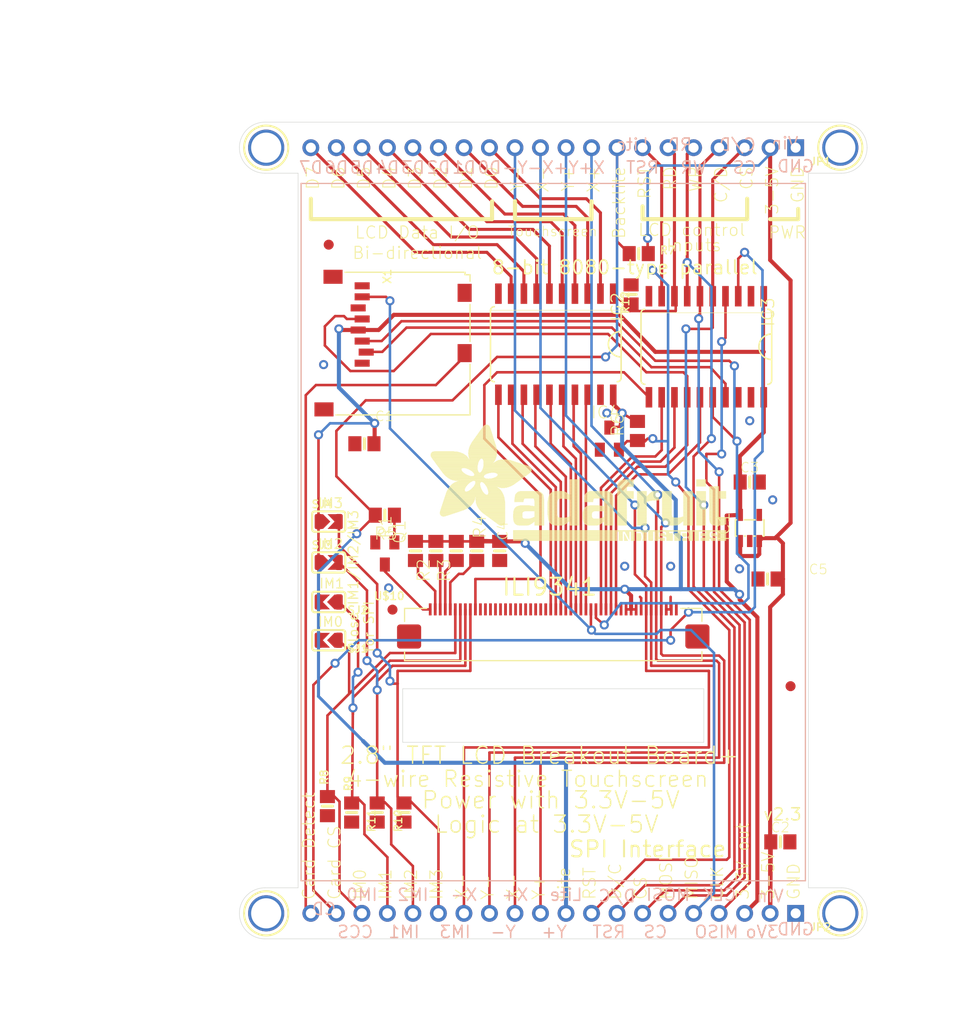
<source format=kicad_pcb>
(kicad_pcb (version 20171130) (host pcbnew "(5.1.5)-3")
  (layers (0 Top signal) (1 Route2 signal) (2 Route3 signal) (3 Route4 signal) (4 Route5 signal) (5 Route6 signal) (6 Route7 signal) (7 Route8 signal) (8 Route9 signal) (9 Route10 signal) (10 Route11 signal) (11 Route12 signal) (12 Route13 signal) (13 Route14 signal) (14 Route15 signal) (31 Bottom signal) (34 B.Paste user) (35 F.Paste user) (36 B.SilkS user) (37 F.SilkS user) (38 B.Mask user) (39 F.Mask user) (44 Edge.Cuts user))
  (net 0 "")
  (net 1 GND)
  (net 2 +5V)
  (net 3 VCC)
  (net 4 "Net-(R1-Pad2)")
  (net 5 "Net-(R2-Pad2)")
  (net 6 "Net-(R3-Pad2)")
  (net 7 "Net-(R4-Pad2)")
  (net 8 "Net-(Q1-PadB)")
  (net 9 "Net-(Q1-PadC)")
  (net 10 /LCD_LITE)
  (net 11 /LCD_DATA7)
  (net 12 /LCD_DATA6)
  (net 13 /LCD_DATA7_5V)
  (net 14 /LCD_DATA0)
  (net 15 /LCD_DATA1)
  (net 16 /LCD_DATA2)
  (net 17 /LCD_DATA3)
  (net 18 /LCD_DATA4)
  (net 19 /LCD_DATA5)
  (net 20 /LCD_DATA6_5V)
  (net 21 /LCD_DATA5_5V)
  (net 22 /LCD_DATA4_5V)
  (net 23 /LCD_DATA3_5V)
  (net 24 /LCD_DATA2_5V)
  (net 25 /LCD_DATA1_5V)
  (net 26 /LCD_DATA0_5V)
  (net 27 /LCD_RD_5V)
  (net 28 /LCD_RST)
  (net 29 /LCD_RD)
  (net 30 /LCD_RST_5V)
  (net 31 "Net-(IC3-Pad18)")
  (net 32 /SD_CS_3V)
  (net 33 /SDI_3V)
  (net 34 /LCD_CS)
  (net 35 /LCD_RS)
  (net 36 /LCD_WR)
  (net 37 /LCD_WR_5V)
  (net 38 /LCD_RS_5V)
  (net 39 /LCD_CS_5V)
  (net 40 /SDI_5V)
  (net 41 /SD_CS_5V)
  (net 42 "Net-(IC3-Pad2)")
  (net 43 "Net-(IC1-Pad4)")
  (net 44 /LCD_Y+)
  (net 45 /LCD_X+)
  (net 46 /LCD_Y-)
  (net 47 /LCD_X-)
  (net 48 "Net-(U$10-Pad39)")
  (net 49 /SDO)
  (net 50 "Net-(U$10-Pad24)")
  (net 51 "Net-(U$10-Pad23)")
  (net 52 "Net-(U$10-Pad22)")
  (net 53 "Net-(U$10-Pad21)")
  (net 54 "Net-(U$10-Pad20)")
  (net 55 "Net-(U$10-Pad19)")
  (net 56 "Net-(U$10-Pad18)")
  (net 57 "Net-(U$10-Pad17)")
  (net 58 "Net-(U$10-Pad16)")
  (net 59 "Net-(U$10-Pad15)")
  (net 60 "Net-(U$10-Pad14)")
  (net 61 "Net-(U$10-Pad13)")
  (net 62 "Net-(U$10-Pad12)")
  (net 63 "Net-(U$10-Pad11)")
  (net 64 /IM3)
  (net 65 /IM2)
  (net 66 /IM1)
  (net 67 /IM0)
  (net 68 /CARDDET)
  (net 69 "Net-(JP2-Pad18)")
  (net 70 "Net-(JP2-Pad17)")
  (net 71 "Net-(JP2-Pad16)")
  (net 72 "Net-(JP2-Pad15)")
  (net 73 "Net-(X1-Pad1)")
  (net 74 "Net-(X1-Pad8)")
  (net 75 "Net-(X1-PadCD1)")
  (module "Adafruit 2.8 TFT Breakout v2:0805-NO" (layer Top) (at 134.7851 107.0356 270)
    (fp_text reference R1 (at -1.143 2.286 90) (layer F.SilkS) (effects (font (size 1.2065 1.2065) (thickness 0.09652)) (justify left bottom)))
    (fp_text value 10)
    (pad 2 smd rect (at 0.95 0 270) (size 1.3 1.5) (layers Top F.Paste F.Mask) (net 4 "Net-(R1-Pad2)"))
    (pad 1 smd rect (at -0.95 0 270) (size 1.3 1.5) (layers Top F.Paste F.Mask) (net 3 VCC))
  )
  (module "Adafruit 2.8 TFT Breakout v2:0805-NO" (layer Top) (at 136.8171 107.0356 270)
    (fp_text reference R2 (at 3.175 0.508 90) (layer F.SilkS) (effects (font (size 1.2065 1.2065) (thickness 0.09652)) (justify left bottom)))
    (fp_text value 10)
    (pad 2 smd rect (at 0.95 0 270) (size 1.3 1.5) (layers Top F.Paste F.Mask) (net 5 "Net-(R2-Pad2)"))
    (pad 1 smd rect (at -0.95 0 270) (size 1.3 1.5) (layers Top F.Paste F.Mask) (net 3 VCC))
  )
  (module "Adafruit 2.8 TFT Breakout v2:0805-NO" (layer Top) (at 138.8491 107.0356 270)
    (fp_text reference R3 (at 3.175 0.508 90) (layer F.SilkS) (effects (font (size 1.2065 1.2065) (thickness 0.09652)) (justify left bottom)))
    (fp_text value 10)
    (pad 2 smd rect (at 0.95 0 270) (size 1.3 1.5) (layers Top F.Paste F.Mask) (net 6 "Net-(R3-Pad2)"))
    (pad 1 smd rect (at -0.95 0 270) (size 1.3 1.5) (layers Top F.Paste F.Mask) (net 3 VCC))
  )
  (module "Adafruit 2.8 TFT Breakout v2:0805-NO" (layer Top) (at 140.8811 107.0356 270)
    (fp_text reference R4 (at -1.143 -1.016 90) (layer F.SilkS) (effects (font (size 1.2065 1.2065) (thickness 0.09652)) (justify left bottom)))
    (fp_text value 10)
    (pad 2 smd rect (at 0.95 0 270) (size 1.3 1.5) (layers Top F.Paste F.Mask) (net 7 "Net-(R4-Pad2)"))
    (pad 1 smd rect (at -0.95 0 270) (size 1.3 1.5) (layers Top F.Paste F.Mask) (net 3 VCC))
  )
  (module "Adafruit 2.8 TFT Breakout v2:SOT23-BEC" (layer Top) (at 131.7371 107.2896 180)
    (fp_text reference Q1 (at -2.159 0.889 90) (layer F.SilkS) (effects (font (size 1.2065 1.2065) (thickness 0.09652)) (justify left bottom)))
    (fp_text value MMBT2222)
    (pad B smd rect (at -0.95 1.1 180) (size 1 1.4) (layers Top F.Paste F.Mask) (net 8 "Net-(Q1-PadB)"))
    (pad E smd rect (at 0.95 1.1 180) (size 1 1.4) (layers Top F.Paste F.Mask) (net 1 GND))
    (pad C smd rect (at 0 -1.1 180) (size 1 1.4) (layers Top F.Paste F.Mask) (net 9 "Net-(Q1-PadC)"))
  )
  (module "Adafruit 2.8 TFT Breakout v2:0805-NO" (layer Top) (at 131.7371 103.4796)
    (fp_text reference R5 (at -1.143 2.54) (layer F.SilkS) (effects (font (size 1.2065 1.2065) (thickness 0.09652)) (justify left bottom)))
    (fp_text value 1K)
    (pad 2 smd rect (at 0.95 0) (size 1.3 1.5) (layers Top F.Paste F.Mask) (net 8 "Net-(Q1-PadB)"))
    (pad 1 smd rect (at -0.95 0) (size 1.3 1.5) (layers Top F.Paste F.Mask) (net 10 /LCD_LITE))
  )
  (module "Adafruit 2.8 TFT Breakout v2:SO20W" (layer Top) (at 148.7551 86.4616 180)
    (fp_text reference IC2 (at -6.858 2.159 90) (layer F.SilkS) (effects (font (size 1.2065 1.2065) (thickness 0.12065)) (justify left bottom)))
    (fp_text value 74LVC245)
    (pad 11 smd rect (at 5.715 -5.0292 180) (size 0.6604 2.032) (layers Top F.Paste F.Mask) (net 11 /LCD_DATA7))
    (pad 12 smd rect (at 4.445 -5.0292 180) (size 0.6604 2.032) (layers Top F.Paste F.Mask) (net 12 /LCD_DATA6))
    (pad 10 smd rect (at 5.715 5.0292 180) (size 0.6604 2.032) (layers Top F.Paste F.Mask) (net 1 GND))
    (pad 9 smd rect (at 4.445 5.0292 180) (size 0.6604 2.032) (layers Top F.Paste F.Mask) (net 13 /LCD_DATA7_5V))
    (pad 20 smd rect (at -5.715 -5.0292 180) (size 0.6604 2.032) (layers Top F.Paste F.Mask) (net 3 VCC))
    (pad 19 smd rect (at -4.445 -5.0292 180) (size 0.6604 2.032) (layers Top F.Paste F.Mask) (net 1 GND))
    (pad 18 smd rect (at -3.175 -5.0292 180) (size 0.6604 2.032) (layers Top F.Paste F.Mask) (net 14 /LCD_DATA0))
    (pad 17 smd rect (at -1.905 -5.0292 180) (size 0.6604 2.032) (layers Top F.Paste F.Mask) (net 15 /LCD_DATA1))
    (pad 16 smd rect (at -0.635 -5.0292 180) (size 0.6604 2.032) (layers Top F.Paste F.Mask) (net 16 /LCD_DATA2))
    (pad 15 smd rect (at 0.635 -5.0292 180) (size 0.6604 2.032) (layers Top F.Paste F.Mask) (net 17 /LCD_DATA3))
    (pad 14 smd rect (at 1.905 -5.0292 180) (size 0.6604 2.032) (layers Top F.Paste F.Mask) (net 18 /LCD_DATA4))
    (pad 13 smd rect (at 3.175 -5.0292 180) (size 0.6604 2.032) (layers Top F.Paste F.Mask) (net 19 /LCD_DATA5))
    (pad 8 smd rect (at 3.175 5.0292 180) (size 0.6604 2.032) (layers Top F.Paste F.Mask) (net 20 /LCD_DATA6_5V))
    (pad 7 smd rect (at 1.905 5.0292 180) (size 0.6604 2.032) (layers Top F.Paste F.Mask) (net 21 /LCD_DATA5_5V))
    (pad 6 smd rect (at 0.635 5.0292 180) (size 0.6604 2.032) (layers Top F.Paste F.Mask) (net 22 /LCD_DATA4_5V))
    (pad 5 smd rect (at -0.635 5.0292 180) (size 0.6604 2.032) (layers Top F.Paste F.Mask) (net 23 /LCD_DATA3_5V))
    (pad 4 smd rect (at -1.905 5.0292 180) (size 0.6604 2.032) (layers Top F.Paste F.Mask) (net 24 /LCD_DATA2_5V))
    (pad 3 smd rect (at -3.175 5.0292 180) (size 0.6604 2.032) (layers Top F.Paste F.Mask) (net 25 /LCD_DATA1_5V))
    (pad 2 smd rect (at -4.445 5.0292 180) (size 0.6604 2.032) (layers Top F.Paste F.Mask) (net 26 /LCD_DATA0_5V))
    (pad 1 smd rect (at -5.715 5.0292 180) (size 0.6604 2.032) (layers Top F.Paste F.Mask) (net 27 /LCD_RD_5V))
  )
  (module "Adafruit 2.8 TFT Breakout v2:SO20W" (layer Top) (at 163.7411 86.7156 180)
    (fp_text reference IC3 (at -6.858 1.905 90) (layer F.SilkS) (effects (font (size 1.2065 1.2065) (thickness 0.12065)) (justify left bottom)))
    (fp_text value 74LVC245)
    (pad 11 smd rect (at 5.715 -5.0292 180) (size 0.6604 2.032) (layers Top F.Paste F.Mask) (net 28 /LCD_RST))
    (pad 12 smd rect (at 4.445 -5.0292 180) (size 0.6604 2.032) (layers Top F.Paste F.Mask) (net 29 /LCD_RD))
    (pad 10 smd rect (at 5.715 5.0292 180) (size 0.6604 2.032) (layers Top F.Paste F.Mask) (net 1 GND))
    (pad 9 smd rect (at 4.445 5.0292 180) (size 0.6604 2.032) (layers Top F.Paste F.Mask) (net 30 /LCD_RST_5V))
    (pad 20 smd rect (at -5.715 -5.0292 180) (size 0.6604 2.032) (layers Top F.Paste F.Mask) (net 3 VCC))
    (pad 19 smd rect (at -4.445 -5.0292 180) (size 0.6604 2.032) (layers Top F.Paste F.Mask) (net 1 GND))
    (pad 18 smd rect (at -3.175 -5.0292 180) (size 0.6604 2.032) (layers Top F.Paste F.Mask) (net 31 "Net-(IC3-Pad18)"))
    (pad 17 smd rect (at -1.905 -5.0292 180) (size 0.6604 2.032) (layers Top F.Paste F.Mask) (net 32 /SD_CS_3V))
    (pad 16 smd rect (at -0.635 -5.0292 180) (size 0.6604 2.032) (layers Top F.Paste F.Mask) (net 33 /SDI_3V))
    (pad 15 smd rect (at 0.635 -5.0292 180) (size 0.6604 2.032) (layers Top F.Paste F.Mask) (net 34 /LCD_CS))
    (pad 14 smd rect (at 1.905 -5.0292 180) (size 0.6604 2.032) (layers Top F.Paste F.Mask) (net 35 /LCD_RS))
    (pad 13 smd rect (at 3.175 -5.0292 180) (size 0.6604 2.032) (layers Top F.Paste F.Mask) (net 36 /LCD_WR))
    (pad 8 smd rect (at 3.175 5.0292 180) (size 0.6604 2.032) (layers Top F.Paste F.Mask) (net 27 /LCD_RD_5V))
    (pad 7 smd rect (at 1.905 5.0292 180) (size 0.6604 2.032) (layers Top F.Paste F.Mask) (net 37 /LCD_WR_5V))
    (pad 6 smd rect (at 0.635 5.0292 180) (size 0.6604 2.032) (layers Top F.Paste F.Mask) (net 38 /LCD_RS_5V))
    (pad 5 smd rect (at -0.635 5.0292 180) (size 0.6604 2.032) (layers Top F.Paste F.Mask) (net 39 /LCD_CS_5V))
    (pad 4 smd rect (at -1.905 5.0292 180) (size 0.6604 2.032) (layers Top F.Paste F.Mask) (net 40 /SDI_5V))
    (pad 3 smd rect (at -3.175 5.0292 180) (size 0.6604 2.032) (layers Top F.Paste F.Mask) (net 41 /SD_CS_5V))
    (pad 2 smd rect (at -4.445 5.0292 180) (size 0.6604 2.032) (layers Top F.Paste F.Mask) (net 42 "Net-(IC3-Pad2)"))
    (pad 1 smd rect (at -5.715 5.0292 180) (size 0.6604 2.032) (layers Top F.Paste F.Mask) (net 3 VCC))
  )
  (module "Adafruit 2.8 TFT Breakout v2:SOT23-5L" (layer Top) (at 168.0591 104.7496)
    (fp_text reference IC1 (at -1.905 1.397 90) (layer F.SilkS) (effects (font (size 1.2065 1.2065) (thickness 0.09652)) (justify left bottom)))
    (fp_text value MIC5225-3.3)
    (pad 5 smd rect (at -0.95 -1.3) (size 0.55 1.2) (layers Top F.Paste F.Mask) (net 3 VCC))
    (pad 4 smd rect (at 0.95 -1.3) (size 0.55 1.2) (layers Top F.Paste F.Mask) (net 43 "Net-(IC1-Pad4)"))
    (pad 3 smd rect (at 0.95 1.3) (size 0.55 1.2) (layers Top F.Paste F.Mask) (net 2 +5V))
    (pad 2 smd rect (at 0 1.3) (size 0.55 1.2) (layers Top F.Paste F.Mask) (net 1 GND))
    (pad 1 smd rect (at -0.95 1.3) (size 0.55 1.2) (layers Top F.Paste F.Mask) (net 2 +5V))
  )
  (module "Adafruit 2.8 TFT Breakout v2:FIDUCIAL_1MM" (layer Top) (at 172.1231 120.4976)
    (fp_text reference U$9 hide)
    (fp_text value FIDUCIAL hide)
    (pad 1 smd roundrect (at 0 0) (size 1 1) (layers Top F.Mask) (roundrect_rratio 0.5))
  )
  (module "Adafruit 2.8 TFT Breakout v2:FIDUCIAL_1MM" (layer Top) (at 126.1491 76.5556)
    (fp_text reference U$11 hide)
    (fp_text value FIDUCIAL hide)
    (pad 1 smd roundrect (at 0 0) (size 1 1) (layers Top F.Mask) (roundrect_rratio 0.5))
  )
  (module "Adafruit 2.8 TFT Breakout v2:0805-NO" (layer Top) (at 168.0591 100.1776)
    (fp_text reference C3 (at -1 -0.875) (layer F.SilkS) (effects (font (size 0.9652 0.9652) (thickness 0.077216)) (justify left bottom)))
    (fp_text value 10uF)
    (pad 2 smd rect (at 0.95 0) (size 1.3 1.5) (layers Top F.Paste F.Mask) (net 1 GND))
    (pad 1 smd rect (at -0.95 0) (size 1.3 1.5) (layers Top F.Paste F.Mask) (net 3 VCC))
  )
  (module "Adafruit 2.8 TFT Breakout v2:0805-NO" (layer Top) (at 143.1671 107.0356 270)
    (fp_text reference C4 (at -1 -0.875 90) (layer F.SilkS) (effects (font (size 0.9652 0.9652) (thickness 0.077216)) (justify left bottom)))
    (fp_text value 0.1uF)
    (pad 2 smd rect (at 0.95 0 270) (size 1.3 1.5) (layers Top F.Paste F.Mask) (net 1 GND))
    (pad 1 smd rect (at -0.95 0 270) (size 1.3 1.5) (layers Top F.Paste F.Mask) (net 3 VCC))
  )
  (module "Adafruit 2.8 TFT Breakout v2:0805-NO" (layer Top) (at 129.7051 96.3676 180)
    (fp_text reference C1 (at -1 2.173) (layer F.SilkS) (effects (font (size 0.9652 0.9652) (thickness 0.077216)) (justify left bottom)))
    (fp_text value 0.1uF)
    (pad 2 smd rect (at 0.95 0 180) (size 1.3 1.5) (layers Top F.Paste F.Mask) (net 1 GND))
    (pad 1 smd rect (at -0.95 0 180) (size 1.3 1.5) (layers Top F.Paste F.Mask) (net 3 VCC))
  )
  (module "Adafruit 2.8 TFT Breakout v2:0805-NO" (layer Top) (at 169.8371 109.8296 180)
    (fp_text reference C5 (at -4.048 0.395) (layer F.SilkS) (effects (font (size 0.9652 0.9652) (thickness 0.077216)) (justify left bottom)))
    (fp_text value 10uF)
    (pad 2 smd rect (at 0.95 0 180) (size 1.3 1.5) (layers Top F.Paste F.Mask) (net 1 GND))
    (pad 1 smd rect (at -0.95 0 180) (size 1.3 1.5) (layers Top F.Paste F.Mask) (net 2 +5V))
  )
  (module "Adafruit 2.8 TFT Breakout v2:TFT_2.83IN_240X320_50PIN" (layer Bottom) (at 148.5011 102.4636 180)
    (fp_text reference U$10 (at 14.726 -9.513) (layer F.SilkS) (effects (font (size 0.77216 0.77216) (thickness 0.138988)) (justify right bottom)))
    (fp_text value DISP_LCD_1.28IN_240X320_50PIN)
    (pad PAD2 smd roundrect (at -14.35 -13.09) (size 2.4 2.4) (layers Top F.Paste F.Mask) (roundrect_rratio 0.125))
    (pad PAD1 smd roundrect (at 14.35 -13.09) (size 2.4 2.4) (layers Top F.Paste F.Mask) (roundrect_rratio 0.125))
    (pad 50 smd rect (at -12.25 -10.39) (size 0.275 1.2) (layers Top F.Paste F.Mask) (net 1 GND))
    (pad 49 smd rect (at -11.75 -10.39) (size 0.275 1.2) (layers Top F.Paste F.Mask) (net 1 GND))
    (pad 48 smd rect (at -11.25 -10.39) (size 0.275 1.2) (layers Top F.Paste F.Mask) (net 1 GND))
    (pad 47 smd rect (at -10.75 -10.39) (size 0.275 1.2) (layers Top F.Paste F.Mask) (net 44 /LCD_Y+))
    (pad 46 smd rect (at -10.25 -10.39) (size 0.275 1.2) (layers Top F.Paste F.Mask) (net 45 /LCD_X+))
    (pad 45 smd rect (at -9.75 -10.39) (size 0.275 1.2) (layers Top F.Paste F.Mask) (net 46 /LCD_Y-))
    (pad 44 smd rect (at -9.25 -10.39) (size 0.275 1.2) (layers Top F.Paste F.Mask) (net 47 /LCD_X-))
    (pad 43 smd rect (at -8.75 -10.39) (size 0.275 1.2) (layers Top F.Paste F.Mask) (net 1 GND))
    (pad 42 smd rect (at -8.25 -10.39) (size 0.275 1.2) (layers Top F.Paste F.Mask) (net 3 VCC))
    (pad 41 smd rect (at -7.75 -10.39) (size 0.275 1.2) (layers Top F.Paste F.Mask) (net 3 VCC))
    (pad 40 smd rect (at -7.25 -10.39) (size 0.275 1.2) (layers Top F.Paste F.Mask) (net 3 VCC))
    (pad 39 smd rect (at -6.75 -10.39) (size 0.275 1.2) (layers Top F.Paste F.Mask) (net 48 "Net-(U$10-Pad39)"))
    (pad 38 smd rect (at -6.25 -10.39) (size 0.275 1.2) (layers Top F.Paste F.Mask) (net 34 /LCD_CS))
    (pad 37 smd rect (at -5.75 -10.39) (size 0.275 1.2) (layers Top F.Paste F.Mask) (net 35 /LCD_RS))
    (pad 36 smd rect (at -5.25 -10.39) (size 0.275 1.2) (layers Top F.Paste F.Mask) (net 36 /LCD_WR))
    (pad 35 smd rect (at -4.75 -10.39) (size 0.275 1.2) (layers Top F.Paste F.Mask) (net 29 /LCD_RD))
    (pad 34 smd rect (at -4.25 -10.39) (size 0.275 1.2) (layers Top F.Paste F.Mask) (net 33 /SDI_3V))
    (pad 33 smd rect (at -3.75 -10.39) (size 0.275 1.2) (layers Top F.Paste F.Mask) (net 49 /SDO))
    (pad 32 smd rect (at -3.25 -10.39) (size 0.275 1.2) (layers Top F.Paste F.Mask) (net 14 /LCD_DATA0))
    (pad 31 smd rect (at -2.75 -10.39) (size 0.275 1.2) (layers Top F.Paste F.Mask) (net 15 /LCD_DATA1))
    (pad 30 smd rect (at -2.25 -10.39) (size 0.275 1.2) (layers Top F.Paste F.Mask) (net 16 /LCD_DATA2))
    (pad 29 smd rect (at -1.75 -10.39) (size 0.275 1.2) (layers Top F.Paste F.Mask) (net 17 /LCD_DATA3))
    (pad 28 smd rect (at -1.25 -10.39) (size 0.275 1.2) (layers Top F.Paste F.Mask) (net 18 /LCD_DATA4))
    (pad 27 smd rect (at -0.75 -10.39) (size 0.275 1.2) (layers Top F.Paste F.Mask) (net 19 /LCD_DATA5))
    (pad 26 smd rect (at -0.25 -10.39) (size 0.275 1.2) (layers Top F.Paste F.Mask) (net 12 /LCD_DATA6))
    (pad 25 smd rect (at 0.25 -10.39) (size 0.275 1.2) (layers Top F.Paste F.Mask) (net 11 /LCD_DATA7))
    (pad 24 smd rect (at 0.75 -10.39) (size 0.275 1.2) (layers Top F.Paste F.Mask) (net 50 "Net-(U$10-Pad24)"))
    (pad 23 smd rect (at 1.25 -10.39) (size 0.275 1.2) (layers Top F.Paste F.Mask) (net 51 "Net-(U$10-Pad23)"))
    (pad 22 smd rect (at 1.75 -10.39) (size 0.275 1.2) (layers Top F.Paste F.Mask) (net 52 "Net-(U$10-Pad22)"))
    (pad 21 smd rect (at 2.25 -10.39) (size 0.275 1.2) (layers Top F.Paste F.Mask) (net 53 "Net-(U$10-Pad21)"))
    (pad 20 smd rect (at 2.75 -10.39) (size 0.275 1.2) (layers Top F.Paste F.Mask) (net 54 "Net-(U$10-Pad20)"))
    (pad 19 smd rect (at 3.25 -10.39) (size 0.275 1.2) (layers Top F.Paste F.Mask) (net 55 "Net-(U$10-Pad19)"))
    (pad 18 smd rect (at 3.75 -10.39) (size 0.275 1.2) (layers Top F.Paste F.Mask) (net 56 "Net-(U$10-Pad18)"))
    (pad 17 smd rect (at 4.25 -10.39) (size 0.275 1.2) (layers Top F.Paste F.Mask) (net 57 "Net-(U$10-Pad17)"))
    (pad 16 smd rect (at 4.75 -10.39) (size 0.275 1.2) (layers Top F.Paste F.Mask) (net 58 "Net-(U$10-Pad16)"))
    (pad 15 smd rect (at 5.25 -10.39) (size 0.275 1.2) (layers Top F.Paste F.Mask) (net 59 "Net-(U$10-Pad15)"))
    (pad 14 smd rect (at 5.75 -10.39) (size 0.275 1.2) (layers Top F.Paste F.Mask) (net 60 "Net-(U$10-Pad14)"))
    (pad 13 smd rect (at 6.25 -10.39) (size 0.275 1.2) (layers Top F.Paste F.Mask) (net 61 "Net-(U$10-Pad13)"))
    (pad 12 smd rect (at 6.75 -10.39) (size 0.275 1.2) (layers Top F.Paste F.Mask) (net 62 "Net-(U$10-Pad12)"))
    (pad 11 smd rect (at 7.25 -10.39) (size 0.275 1.2) (layers Top F.Paste F.Mask) (net 63 "Net-(U$10-Pad11)"))
    (pad 10 smd rect (at 7.75 -10.39) (size 0.275 1.2) (layers Top F.Paste F.Mask) (net 28 /LCD_RST))
    (pad 9 smd rect (at 8.25 -10.39) (size 0.275 1.2) (layers Top F.Paste F.Mask) (net 64 /IM3))
    (pad 8 smd rect (at 8.75 -10.39) (size 0.275 1.2) (layers Top F.Paste F.Mask) (net 65 /IM2))
    (pad 7 smd rect (at 9.25 -10.39) (size 0.275 1.2) (layers Top F.Paste F.Mask) (net 66 /IM1))
    (pad 6 smd rect (at 9.75 -10.39) (size 0.275 1.2) (layers Top F.Paste F.Mask) (net 67 /IM0))
    (pad 5 smd rect (at 10.25 -10.39) (size 0.275 1.2) (layers Top F.Paste F.Mask) (net 7 "Net-(R4-Pad2)"))
    (pad 4 smd rect (at 10.75 -10.39) (size 0.275 1.2) (layers Top F.Paste F.Mask) (net 6 "Net-(R3-Pad2)"))
    (pad 3 smd rect (at 11.25 -10.39) (size 0.275 1.2) (layers Top F.Paste F.Mask) (net 5 "Net-(R2-Pad2)"))
    (pad 2 smd rect (at 11.75 -10.39) (size 0.275 1.2) (layers Top F.Paste F.Mask) (net 4 "Net-(R1-Pad2)"))
    (pad 1 smd rect (at 12.25 -10.39) (size 0.275 1.2) (layers Top F.Paste F.Mask) (net 9 "Net-(Q1-PadC)"))
  )
  (module "Adafruit 2.8 TFT Breakout v2:MOUNTINGHOLE_3.0_PLATEDTHIN" (layer Top) (at 119.9261 143.1036)
    (fp_text reference U$7 hide)
    (fp_text value MOUNTINGHOLE3.0THIN hide)
    (pad P$1 thru_hole circle (at 0 0) (size 3.6 3.6) (drill 3) (layers *.Cu *.Mask))
  )
  (module "Adafruit 2.8 TFT Breakout v2:MOUNTINGHOLE_3.0_PLATEDTHIN" (layer Top) (at 177.0761 143.1036)
    (fp_text reference U$15 hide)
    (fp_text value MOUNTINGHOLE3.0THIN hide)
    (pad P$1 thru_hole circle (at 0 0) (size 3.6 3.6) (drill 3) (layers *.Cu *.Mask))
  )
  (module "Adafruit 2.8 TFT Breakout v2:MOUNTINGHOLE_3.0_PLATEDTHIN" (layer Top) (at 119.9261 66.9036)
    (fp_text reference U$16 hide)
    (fp_text value MOUNTINGHOLE3.0THIN hide)
    (pad P$1 thru_hole circle (at 0 0) (size 3.6 3.6) (drill 3) (layers *.Cu *.Mask))
  )
  (module "Adafruit 2.8 TFT Breakout v2:MOUNTINGHOLE_3.0_PLATEDTHIN" (layer Top) (at 177.0761 66.9036)
    (fp_text reference U$17 hide)
    (fp_text value MOUNTINGHOLE3.0THIN hide)
    (pad P$1 thru_hole circle (at 0 0) (size 3.6 3.6) (drill 3) (layers *.Cu *.Mask))
  )
  (module "Adafruit 2.8 TFT Breakout v2:1X20_ROUND" (layer Top) (at 148.5011 143.1036 180)
    (fp_text reference JP2 (at -25.4762 -1.8288) (layer F.SilkS) (effects (font (size 0.77216 0.77216) (thickness 0.138988)) (justify left bottom)))
    (fp_text value HEADER-1X20ROUND)
    (pad 20 thru_hole circle (at 24.13 0 270) (size 1.6764 1.6764) (drill 1) (layers *.Cu *.Mask) (net 68 /CARDDET))
    (pad 19 thru_hole circle (at 21.59 0 270) (size 1.6764 1.6764) (drill 1) (layers *.Cu *.Mask) (net 41 /SD_CS_5V))
    (pad 18 thru_hole circle (at 19.05 0 270) (size 1.6764 1.6764) (drill 1) (layers *.Cu *.Mask) (net 69 "Net-(JP2-Pad18)"))
    (pad 17 thru_hole circle (at 16.51 0 270) (size 1.6764 1.6764) (drill 1) (layers *.Cu *.Mask) (net 70 "Net-(JP2-Pad17)"))
    (pad 16 thru_hole circle (at 13.97 0 270) (size 1.6764 1.6764) (drill 1) (layers *.Cu *.Mask) (net 71 "Net-(JP2-Pad16)"))
    (pad 15 thru_hole circle (at 11.43 0 270) (size 1.6764 1.6764) (drill 1) (layers *.Cu *.Mask) (net 72 "Net-(JP2-Pad15)"))
    (pad 14 thru_hole circle (at 8.89 0 270) (size 1.6764 1.6764) (drill 1) (layers *.Cu *.Mask) (net 47 /LCD_X-))
    (pad 13 thru_hole circle (at 6.35 0 270) (size 1.6764 1.6764) (drill 1) (layers *.Cu *.Mask) (net 46 /LCD_Y-))
    (pad 12 thru_hole circle (at 3.81 0 270) (size 1.6764 1.6764) (drill 1) (layers *.Cu *.Mask) (net 45 /LCD_X+))
    (pad 11 thru_hole circle (at 1.27 0 270) (size 1.6764 1.6764) (drill 1) (layers *.Cu *.Mask) (net 44 /LCD_Y+))
    (pad 10 thru_hole circle (at -1.27 0 270) (size 1.6764 1.6764) (drill 1) (layers *.Cu *.Mask) (net 10 /LCD_LITE))
    (pad 9 thru_hole circle (at -3.81 0 270) (size 1.6764 1.6764) (drill 1) (layers *.Cu *.Mask) (net 30 /LCD_RST_5V))
    (pad 8 thru_hole circle (at -6.35 0 270) (size 1.6764 1.6764) (drill 1) (layers *.Cu *.Mask) (net 37 /LCD_WR_5V))
    (pad 7 thru_hole circle (at -8.89 0 270) (size 1.6764 1.6764) (drill 1) (layers *.Cu *.Mask) (net 39 /LCD_CS_5V))
    (pad 6 thru_hole circle (at -11.43 0 270) (size 1.6764 1.6764) (drill 1) (layers *.Cu *.Mask) (net 40 /SDI_5V))
    (pad 5 thru_hole circle (at -13.97 0 270) (size 1.6764 1.6764) (drill 1) (layers *.Cu *.Mask) (net 49 /SDO))
    (pad 4 thru_hole circle (at -16.51 0 270) (size 1.6764 1.6764) (drill 1) (layers *.Cu *.Mask) (net 38 /LCD_RS_5V))
    (pad 3 thru_hole circle (at -19.05 0 270) (size 1.6764 1.6764) (drill 1) (layers *.Cu *.Mask) (net 3 VCC))
    (pad 2 thru_hole circle (at -21.59 0 270) (size 1.6764 1.6764) (drill 1) (layers *.Cu *.Mask) (net 2 +5V))
    (pad 1 thru_hole rect (at -24.13 0 270) (size 1.6764 1.6764) (drill 1) (layers *.Cu *.Mask) (net 1 GND))
  )
  (module "Adafruit 2.8 TFT Breakout v2:MICROSD" (layer Top) (at 140.1191 79.3496 270)
    (fp_text reference X1 (at 1.18 7.69 90) (layer F.SilkS) (effects (font (size 0.77216 0.77216) (thickness 0.138988)) (justify left bottom)))
    (fp_text value MICROSD)
    (pad 1 smd rect (at 9 10.64 270) (size 0.7 1.5) (layers Top F.Paste F.Mask) (net 73 "Net-(X1-Pad1)"))
    (pad 2 smd rect (at 7.9 10.24 270) (size 0.7 1.5) (layers Top F.Paste F.Mask) (net 32 /SD_CS_3V))
    (pad 3 smd rect (at 6.8 10.64 270) (size 0.7 1.5) (layers Top F.Paste F.Mask) (net 33 /SDI_3V))
    (pad 4 smd rect (at 5.7 11.04 270) (size 0.7 1.5) (layers Top F.Paste F.Mask) (net 3 VCC))
    (pad 5 smd rect (at 4.6 10.64 270) (size 0.7 1.5) (layers Top F.Paste F.Mask) (net 35 /LCD_RS))
    (pad 6 smd rect (at 3.5 11.04 270) (size 0.7 1.5) (layers Top F.Paste F.Mask) (net 1 GND))
    (pad 7 smd rect (at 2.4 10.64 270) (size 0.7 1.5) (layers Top F.Paste F.Mask) (net 49 /SDO))
    (pad 8 smd rect (at 1.3 10.64 270) (size 0.7 1.5) (layers Top F.Paste F.Mask) (net 74 "Net-(X1-Pad8)"))
    (pad CD2 smd rect (at 8 0.44) (size 1.4 1.8) (layers Top F.Paste F.Mask) (net 68 /CARDDET))
    (pad CD1 smd rect (at 2 0.44) (size 1.4 1.8) (layers Top F.Paste F.Mask) (net 75 "Net-(X1-PadCD1)"))
    (pad MT2 smd rect (at 13.6 14.44 270) (size 1.4 1.9) (layers Top F.Paste F.Mask) (net 1 GND))
    (pad MT1 smd rect (at 0.4 13.54 270) (size 1.4 1.9) (layers Top F.Paste F.Mask) (net 1 GND))
  )
  (module "Adafruit 2.8 TFT Breakout v2:1X20_ROUND" (layer Top) (at 148.5011 66.9036 180)
    (fp_text reference JP1 (at -25.4762 -1.8288) (layer F.SilkS) (effects (font (size 0.77216 0.77216) (thickness 0.138988)) (justify left bottom)))
    (fp_text value HEADER-1X20ROUND)
    (pad 20 thru_hole circle (at 24.13 0 270) (size 1.6764 1.6764) (drill 1) (layers *.Cu *.Mask) (net 13 /LCD_DATA7_5V))
    (pad 19 thru_hole circle (at 21.59 0 270) (size 1.6764 1.6764) (drill 1) (layers *.Cu *.Mask) (net 20 /LCD_DATA6_5V))
    (pad 18 thru_hole circle (at 19.05 0 270) (size 1.6764 1.6764) (drill 1) (layers *.Cu *.Mask) (net 21 /LCD_DATA5_5V))
    (pad 17 thru_hole circle (at 16.51 0 270) (size 1.6764 1.6764) (drill 1) (layers *.Cu *.Mask) (net 22 /LCD_DATA4_5V))
    (pad 16 thru_hole circle (at 13.97 0 270) (size 1.6764 1.6764) (drill 1) (layers *.Cu *.Mask) (net 23 /LCD_DATA3_5V))
    (pad 15 thru_hole circle (at 11.43 0 270) (size 1.6764 1.6764) (drill 1) (layers *.Cu *.Mask) (net 24 /LCD_DATA2_5V))
    (pad 14 thru_hole circle (at 8.89 0 270) (size 1.6764 1.6764) (drill 1) (layers *.Cu *.Mask) (net 25 /LCD_DATA1_5V))
    (pad 13 thru_hole circle (at 6.35 0 270) (size 1.6764 1.6764) (drill 1) (layers *.Cu *.Mask) (net 26 /LCD_DATA0_5V))
    (pad 12 thru_hole circle (at 3.81 0 270) (size 1.6764 1.6764) (drill 1) (layers *.Cu *.Mask) (net 46 /LCD_Y-))
    (pad 11 thru_hole circle (at 1.27 0 270) (size 1.6764 1.6764) (drill 1) (layers *.Cu *.Mask) (net 47 /LCD_X-))
    (pad 10 thru_hole circle (at -1.27 0 270) (size 1.6764 1.6764) (drill 1) (layers *.Cu *.Mask) (net 44 /LCD_Y+))
    (pad 9 thru_hole circle (at -3.81 0 270) (size 1.6764 1.6764) (drill 1) (layers *.Cu *.Mask) (net 45 /LCD_X+))
    (pad 8 thru_hole circle (at -6.35 0 270) (size 1.6764 1.6764) (drill 1) (layers *.Cu *.Mask) (net 10 /LCD_LITE))
    (pad 7 thru_hole circle (at -8.89 0 270) (size 1.6764 1.6764) (drill 1) (layers *.Cu *.Mask) (net 30 /LCD_RST_5V))
    (pad 6 thru_hole circle (at -11.43 0 270) (size 1.6764 1.6764) (drill 1) (layers *.Cu *.Mask) (net 27 /LCD_RD_5V))
    (pad 5 thru_hole circle (at -13.97 0 270) (size 1.6764 1.6764) (drill 1) (layers *.Cu *.Mask) (net 37 /LCD_WR_5V))
    (pad 4 thru_hole circle (at -16.51 0 270) (size 1.6764 1.6764) (drill 1) (layers *.Cu *.Mask) (net 38 /LCD_RS_5V))
    (pad 3 thru_hole circle (at -19.05 0 270) (size 1.6764 1.6764) (drill 1) (layers *.Cu *.Mask) (net 39 /LCD_CS_5V))
    (pad 2 thru_hole circle (at -21.59 0 270) (size 1.6764 1.6764) (drill 1) (layers *.Cu *.Mask) (net 2 +5V))
    (pad 1 thru_hole rect (at -24.13 0 270) (size 1.6764 1.6764) (drill 1) (layers *.Cu *.Mask) (net 1 GND))
  )
  (module "Adafruit 2.8 TFT Breakout v2:0805-NO" (layer Top) (at 171.1071 135.9916)
    (fp_text reference C2 (at -1 -0.875) (layer F.SilkS) (effects (font (size 0.9652 0.9652) (thickness 0.077216)) (justify left bottom)))
    (fp_text value 10uF)
    (pad 2 smd rect (at 0.95 0) (size 1.3 1.5) (layers Top F.Paste F.Mask) (net 1 GND))
    (pad 1 smd rect (at -0.95 0) (size 1.3 1.5) (layers Top F.Paste F.Mask) (net 2 +5V))
  )
  (module "Adafruit 2.8 TFT Breakout v2:ADAFRUIT_TEXT_30MM" (layer Top) (at 136.0551 106.0196)
    (fp_text reference U$19 hide)
    (fp_text value "" hide)
  )
  (module "Adafruit 2.8 TFT Breakout v2:SOT23" (layer Top) (at 154.0891 95.8596)
    (fp_text reference IC4 (at -1.905 -1.905) (layer F.SilkS) (effects (font (size 1.2065 1.2065) (thickness 0.09652)) (justify left bottom)))
    (fp_text value APX803-SAG)
    (pad 1 smd rect (at -0.95 1.1) (size 1 1.4) (layers Top F.Paste F.Mask) (net 1 GND))
    (pad 2 smd rect (at 0.95 1.1) (size 1 1.4) (layers Top F.Paste F.Mask) (net 30 /LCD_RST_5V))
    (pad 3 smd rect (at 0 -1.1) (size 1 1.4) (layers Top F.Paste F.Mask) (net 3 VCC))
  )
  (module "Adafruit 2.8 TFT Breakout v2:R0805" (layer Top) (at 156.8831 95.0976 90)
    (fp_text reference R6 (at -0.635 -1.27 90) (layer F.SilkS) (effects (font (size 1.2065 1.2065) (thickness 0.09652)) (justify left bottom)))
    (fp_text value 10K)
    (pad 2 smd rect (at 0.95 0 90) (size 1.3 1.5) (layers Top F.Paste F.Mask) (net 3 VCC))
    (pad 1 smd rect (at -0.95 0 90) (size 1.3 1.5) (layers Top F.Paste F.Mask) (net 30 /LCD_RST_5V))
  )
  (module "Adafruit 2.8 TFT Breakout v2:0805-NO" (layer Top) (at 157.0101 77.4446)
    (fp_text reference R7 (at 2.032 0.127) (layer F.SilkS) (effects (font (size 0.77216 0.77216) (thickness 0.138988)) (justify left bottom)))
    (fp_text value 1K)
    (pad 2 smd rect (at 0.95 0) (size 1.3 1.5) (layers Top F.Paste F.Mask) (net 2 +5V))
    (pad 1 smd rect (at -0.95 0) (size 1.3 1.5) (layers Top F.Paste F.Mask) (net 10 /LCD_LITE))
  )
  (module "Adafruit 2.8 TFT Breakout v2:SOLDERJUMPER_ARROW_NOPASTE" (layer Top) (at 126.1491 115.9256 180)
    (fp_text reference SJ1 (at -1.778 -1.27) (layer F.SilkS) (effects (font (size 0.77216 0.77216) (thickness 0.138988)) (justify left bottom)))
    (fp_text value SOLDERJUMPER)
    (fp_poly (pts (xy -0.127 -0.7366) (xy 0.5842 0) (xy -0.127 0.7366) (xy 1.143 0.7366) (xy 1.143 -0.7366)) (layer Top) (width 0))
    (fp_poly (pts (xy -1.143 -0.7366) (xy -0.5715 -0.7366) (xy 0.1651 0) (xy -0.5715 0.7366) (xy -1.143 0.7366)) (layer Top) (width 0))
    (pad 2 smd roundrect (at 1.016 0 180) (size 0.762 1.524) (layers Top F.Mask) (net 3 VCC))
    (pad 1 smd roundrect (at -1.016 0 180) (size 0.762 1.524) (layers Top F.Mask) (net 67 /IM0))
  )
  (module "Adafruit 2.8 TFT Breakout v2:SOLDERJUMPER_ARROW_NOPASTE" (layer Top) (at 126.1491 112.1156 180)
    (fp_text reference SJ2 (at -1.778 -1.27) (layer F.SilkS) (effects (font (size 0.77216 0.77216) (thickness 0.138988)) (justify left bottom)))
    (fp_text value SOLDERJUMPER)
    (fp_poly (pts (xy -0.127 -0.7366) (xy 0.5842 0) (xy -0.127 0.7366) (xy 1.143 0.7366) (xy 1.143 -0.7366)) (layer Top) (width 0))
    (fp_poly (pts (xy -1.143 -0.7366) (xy -0.5715 -0.7366) (xy 0.1651 0) (xy -0.5715 0.7366) (xy -1.143 0.7366)) (layer Top) (width 0))
    (pad 2 smd roundrect (at 1.016 0 180) (size 0.762 1.524) (layers Top F.Mask) (net 3 VCC))
    (pad 1 smd roundrect (at -1.016 0 180) (size 0.762 1.524) (layers Top F.Mask) (net 66 /IM1))
  )
  (module "Adafruit 2.8 TFT Breakout v2:SOLDERJUMPER_ARROW_NOPASTE" (layer Top) (at 126.1491 108.1786)
    (fp_text reference SJ3 (at -1.778 -1.27) (layer F.SilkS) (effects (font (size 0.77216 0.77216) (thickness 0.138988)) (justify left bottom)))
    (fp_text value SOLDERJUMPER)
    (fp_poly (pts (xy -0.127 -0.7366) (xy 0.5842 0) (xy -0.127 0.7366) (xy 1.143 0.7366) (xy 1.143 -0.7366)) (layer Top) (width 0))
    (fp_poly (pts (xy -1.143 -0.7366) (xy -0.5715 -0.7366) (xy 0.1651 0) (xy -0.5715 0.7366) (xy -1.143 0.7366)) (layer Top) (width 0))
    (pad 2 smd roundrect (at 1.016 0) (size 0.762 1.524) (layers Top F.Mask) (net 65 /IM2))
    (pad 1 smd roundrect (at -1.016 0) (size 0.762 1.524) (layers Top F.Mask) (net 3 VCC))
  )
  (module "Adafruit 2.8 TFT Breakout v2:SOLDERJUMPER_ARROW_NOPASTE" (layer Top) (at 126.1491 104.1146)
    (fp_text reference SJ4 (at -1.778 -1.27) (layer F.SilkS) (effects (font (size 0.77216 0.77216) (thickness 0.138988)) (justify left bottom)))
    (fp_text value SOLDERJUMPER)
    (fp_poly (pts (xy -0.127 -0.7366) (xy 0.5842 0) (xy -0.127 0.7366) (xy 1.143 0.7366) (xy 1.143 -0.7366)) (layer Top) (width 0))
    (fp_poly (pts (xy -1.143 -0.7366) (xy -0.5715 -0.7366) (xy 0.1651 0) (xy -0.5715 0.7366) (xy -1.143 0.7366)) (layer Top) (width 0))
    (pad 2 smd roundrect (at 1.016 0) (size 0.762 1.524) (layers Top F.Mask) (net 64 /IM3))
    (pad 1 smd roundrect (at -1.016 0) (size 0.762 1.524) (layers Top F.Mask) (net 3 VCC))
  )
  (module "Adafruit 2.8 TFT Breakout v2:0805-NO" (layer Top) (at 126.0221 132.4356 90)
    (fp_text reference R8 (at 2.032 0.127 90) (layer F.SilkS) (effects (font (size 0.77216 0.77216) (thickness 0.138988)) (justify left bottom)))
    (fp_text value 10K)
    (pad 2 smd rect (at 0.95 0 90) (size 1.3 1.5) (layers Top F.Paste F.Mask) (net 69 "Net-(JP2-Pad18)"))
    (pad 1 smd rect (at -0.95 0 90) (size 1.3 1.5) (layers Top F.Paste F.Mask) (net 1 GND))
  )
  (module "Adafruit 2.8 TFT Breakout v2:0805-NO" (layer Top) (at 128.4351 133.0706 90)
    (fp_text reference R9 (at 2.032 0.127 90) (layer F.SilkS) (effects (font (size 0.77216 0.77216) (thickness 0.138988)) (justify left bottom)))
    (fp_text value 10K)
    (pad 2 smd rect (at 0.95 0 90) (size 1.3 1.5) (layers Top F.Paste F.Mask) (net 70 "Net-(JP2-Pad17)"))
    (pad 1 smd rect (at -0.95 0 90) (size 1.3 1.5) (layers Top F.Paste F.Mask) (net 1 GND))
  )
  (module "Adafruit 2.8 TFT Breakout v2:0805-NO" (layer Top) (at 133.6421 133.0706 270)
    (fp_text reference R10 (at 2.032 0.127 90) (layer F.SilkS) (effects (font (size 0.77216 0.77216) (thickness 0.138988)) (justify left bottom)))
    (fp_text value 10K)
    (pad 2 smd rect (at 0.95 0 270) (size 1.3 1.5) (layers Top F.Paste F.Mask) (net 1 GND))
    (pad 1 smd rect (at -0.95 0 270) (size 1.3 1.5) (layers Top F.Paste F.Mask) (net 72 "Net-(JP2-Pad15)"))
  )
  (module "Adafruit 2.8 TFT Breakout v2:0805-NO" (layer Top) (at 130.9751 133.0706 270)
    (fp_text reference R11 (at 2.032 0.127 90) (layer F.SilkS) (effects (font (size 0.77216 0.77216) (thickness 0.138988)) (justify left bottom)))
    (fp_text value 10K)
    (pad 2 smd rect (at 0.95 0 270) (size 1.3 1.5) (layers Top F.Paste F.Mask) (net 1 GND))
    (pad 1 smd rect (at -0.95 0 270) (size 1.3 1.5) (layers Top F.Paste F.Mask) (net 71 "Net-(JP2-Pad16)"))
  )
  (module "Adafruit 2.8 TFT Breakout v2:0805-NO" (layer Top) (at 156.2481 81.5086 270)
    (fp_text reference R12 (at 2.032 0.127 90) (layer F.SilkS) (effects (font (size 0.77216 0.77216) (thickness 0.138988)) (justify left bottom)))
    (fp_text value 10K)
    (pad 2 smd rect (at 0.95 0 270) (size 1.3 1.5) (layers Top F.Paste F.Mask) (net 27 /LCD_RD_5V))
    (pad 1 smd rect (at -0.95 0 270) (size 1.3 1.5) (layers Top F.Paste F.Mask) (net 1 GND))
  )
  (module "Adafruit 2.8 TFT Breakout v2:FIDUCIAL_1MM" (layer Top) (at 132.4991 112.8776)
    (fp_text reference U$23 hide)
    (fp_text value FIDUCIAL hide)
    (pad 1 smd roundrect (at 0 0) (size 1 1) (layers Top F.Mask) (roundrect_rratio 0.5))
  )
  (gr_arc (start 119.7991 143.1036) (end 117.2591 143.1036) (angle -90) (layer Edge.Cuts) (width 0.05))
  (gr_line (start 119.7991 145.6436) (end 177.2031 145.6436) (layer Edge.Cuts) (width 0.05))
  (gr_arc (start 177.2031 143.1036) (end 177.2031 145.6436) (angle -90) (layer Edge.Cuts) (width 0.05))
  (gr_arc (start 177.2031 143.1036) (end 179.7431 143.1036) (angle -90) (layer Edge.Cuts) (width 0.05))
  (gr_line (start 177.2031 140.5636) (end 173.9011 140.5636) (layer Edge.Cuts) (width 0.05))
  (gr_line (start 173.9011 140.5636) (end 173.9011 69.4436) (layer Edge.Cuts) (width 0.05))
  (gr_line (start 173.9011 69.4436) (end 177.2031 69.4436) (layer Edge.Cuts) (width 0.05))
  (gr_arc (start 177.2031 66.9036) (end 177.2031 69.4436) (angle -90) (layer Edge.Cuts) (width 0.05))
  (gr_arc (start 177.2031 66.9036) (end 179.7431 66.9036) (angle -90) (layer Edge.Cuts) (width 0.05))
  (gr_line (start 177.2031 64.3636) (end 119.7991 64.3636) (layer Edge.Cuts) (width 0.05))
  (gr_arc (start 119.7991 66.9036) (end 119.7991 64.3636) (angle -90) (layer Edge.Cuts) (width 0.05))
  (gr_arc (start 119.7991 66.9036) (end 117.2591 66.9036) (angle -90) (layer Edge.Cuts) (width 0.05))
  (gr_line (start 119.7991 69.4436) (end 123.1011 69.4436) (layer Edge.Cuts) (width 0.05))
  (gr_line (start 123.1011 69.4436) (end 123.1011 140.5636) (layer Edge.Cuts) (width 0.05))
  (gr_line (start 123.1011 140.5636) (end 119.7991 140.5636) (layer Edge.Cuts) (width 0.05))
  (gr_arc (start 119.7991 143.1036) (end 119.7991 140.5636) (angle -90) (layer Edge.Cuts) (width 0.05))
  (gr_line (start 124.3711 71.9836) (end 124.3711 74.0156) (layer F.SilkS) (width 0.4064))
  (gr_line (start 124.3711 74.0156) (end 142.4051 74.0156) (layer F.SilkS) (width 0.4064))
  (gr_line (start 142.4051 74.0156) (end 142.4051 72.2376) (layer F.SilkS) (width 0.4064))
  (gr_line (start 144.6911 72.2376) (end 144.6911 74.0156) (layer F.SilkS) (width 0.4064))
  (gr_line (start 144.6911 74.0156) (end 152.3111 74.0156) (layer F.SilkS) (width 0.4064))
  (gr_line (start 152.3111 74.0156) (end 152.3111 72.2376) (layer F.SilkS) (width 0.4064))
  (gr_line (start 157.3911 72.7456) (end 157.3911 74.0156) (layer F.SilkS) (width 0.4064))
  (gr_line (start 157.3911 74.0156) (end 167.8051 74.0156) (layer F.SilkS) (width 0.4064))
  (gr_line (start 167.8051 74.0156) (end 167.8051 71.9836) (layer F.SilkS) (width 0.4064))
  (gr_line (start 170.0911 74.0156) (end 172.8851 74.0156) (layer F.SilkS) (width 0.4064))
  (gr_line (start 172.8851 74.0156) (end 172.8851 72.9996) (layer F.SilkS) (width 0.4064))
  (gr_text "2.8\" TFT LCD Breakout Board+" (at 127.1651 128.3716) (layer F.SilkS) (effects (font (size 1.6891 1.6891) (thickness 0.14224)) (justify left bottom)))
  (gr_text "Power with 3.3V-5V" (at 135.2931 132.8166) (layer F.SilkS) (effects (font (size 1.6891 1.6891) (thickness 0.14224)) (justify left bottom)))
  (gr_text "Logic at 3.3V-5V" (at 136.5631 135.2296) (layer F.SilkS) (effects (font (size 1.6891 1.6891) (thickness 0.14224)) (justify left bottom)))
  (gr_text "8-bit 8080-type parallel" (at 142.2781 79.6036) (layer F.SilkS) (effects (font (size 1.35128 1.35128) (thickness 0.170688)) (justify left bottom)))
  (gr_text D7 (at 123.8631 68.6816 90) (layer F.SilkS) (effects (font (size 1.2065 1.2065) (thickness 0.1016)) (justify right top)))
  (gr_text D6 (at 126.4031 68.6816 90) (layer F.SilkS) (effects (font (size 1.2065 1.2065) (thickness 0.1016)) (justify right top)))
  (gr_text D5 (at 128.9431 68.6816 90) (layer F.SilkS) (effects (font (size 1.2065 1.2065) (thickness 0.1016)) (justify right top)))
  (gr_text D4 (at 131.4831 68.6816 90) (layer F.SilkS) (effects (font (size 1.2065 1.2065) (thickness 0.1016)) (justify right top)))
  (gr_text D3 (at 134.0231 68.6816 90) (layer F.SilkS) (effects (font (size 1.2065 1.2065) (thickness 0.1016)) (justify right top)))
  (gr_text D2 (at 136.5631 68.6816 90) (layer F.SilkS) (effects (font (size 1.2065 1.2065) (thickness 0.1016)) (justify right top)))
  (gr_text D1 (at 139.1031 68.6816 90) (layer F.SilkS) (effects (font (size 1.2065 1.2065) (thickness 0.1016)) (justify right top)))
  (gr_text D0 (at 141.6431 68.6816 90) (layer F.SilkS) (effects (font (size 1.2065 1.2065) (thickness 0.1016)) (justify right top)))
  (gr_text Y- (at 144.1831 68.6816 90) (layer F.SilkS) (effects (font (size 1.2065 1.2065) (thickness 0.1016)) (justify right top)))
  (gr_text X- (at 146.7231 68.6816 90) (layer F.SilkS) (effects (font (size 1.2065 1.2065) (thickness 0.1016)) (justify right top)))
  (gr_text Y+ (at 149.2631 68.6816 90) (layer F.SilkS) (effects (font (size 1.2065 1.2065) (thickness 0.1016)) (justify right top)))
  (gr_text X+ (at 151.8031 68.6816 90) (layer F.SilkS) (effects (font (size 1.2065 1.2065) (thickness 0.1016)) (justify right top)))
  (gr_text Backlite (at 154.3431 68.6816 90) (layer F.SilkS) (effects (font (size 1.2065 1.2065) (thickness 0.1016)) (justify right top)))
  (gr_text RST (at 156.8831 68.6816 90) (layer F.SilkS) (effects (font (size 1.2065 1.2065) (thickness 0.1016)) (justify right top)))
  (gr_text RD (at 159.4231 68.6816 90) (layer F.SilkS) (effects (font (size 1.2065 1.2065) (thickness 0.1016)) (justify right top)))
  (gr_text WR (at 161.9631 68.6816 90) (layer F.SilkS) (effects (font (size 1.2065 1.2065) (thickness 0.1016)) (justify right top)))
  (gr_text C/D (at 164.5031 68.6816 90) (layer F.SilkS) (effects (font (size 1.2065 1.2065) (thickness 0.1016)) (justify right top)))
  (gr_text CS (at 167.0431 68.6816 90) (layer F.SilkS) (effects (font (size 1.2065 1.2065) (thickness 0.1016)) (justify right top)))
  (gr_text 3-5V (at 169.5831 68.6816 90) (layer F.SilkS) (effects (font (size 1.2065 1.2065) (thickness 0.1016)) (justify right top)))
  (gr_text GND (at 172.1231 68.6816 90) (layer F.SilkS) (effects (font (size 1.2065 1.2065) (thickness 0.1016)) (justify right top)))
  (gr_text Bi-directional (at 128.4351 78.0796) (layer F.SilkS) (effects (font (size 1.2065 1.2065) (thickness 0.1016)) (justify left bottom)))
  (gr_text Touchscreen (at 143.9291 75.7936) (layer F.SilkS) (effects (font (size 0.9652 0.9652) (thickness 0.08128)) (justify left bottom)))
  (gr_text "LCD control" (at 156.8831 75.7936) (layer F.SilkS) (effects (font (size 1.2065 1.2065) (thickness 0.1016)) (justify left bottom)))
  (gr_text PWR (at 169.8371 76.0476) (layer F.SilkS) (effects (font (size 1.2065 1.2065) (thickness 0.1016)) (justify left bottom)))
  (gr_text Inputs (at 159.6771 77.3176) (layer F.SilkS) (effects (font (size 1.2065 1.2065) (thickness 0.1016)) (justify left bottom)))
  (gr_text "LCD Data I/O" (at 128.6891 76.0476) (layer F.SilkS) (effects (font (size 1.2065 1.2065) (thickness 0.1016)) (justify left bottom)))
  (gr_text "4-wire Resistive Touchscreen" (at 127.9271 130.6576) (layer F.SilkS) (effects (font (size 1.59258 1.59258) (thickness 0.134112)) (justify left bottom)))
  (gr_line (start 133.5151 120.7516) (end 133.5151 126.0856) (layer Edge.Cuts) (width 0.05))
  (gr_line (start 133.5151 126.0856) (end 163.4871 126.0856) (layer Edge.Cuts) (width 0.05))
  (gr_line (start 163.4871 126.0856) (end 163.4871 120.7516) (layer Edge.Cuts) (width 0.05))
  (gr_line (start 163.4871 120.7516) (end 133.5151 120.7516) (layer Edge.Cuts) (width 0.05))
  (gr_text "Card Detect" (at 124.8791 141.8336 90) (layer F.SilkS) (effects (font (size 1.2065 1.2065) (thickness 0.1016)) (justify left bottom)))
  (gr_text "Card CS" (at 127.4191 141.8336 90) (layer F.SilkS) (effects (font (size 1.2065 1.2065) (thickness 0.1016)) (justify left bottom)))
  (gr_text IM0 (at 129.9591 141.8336 90) (layer F.SilkS) (effects (font (size 1.2065 1.2065) (thickness 0.1016)) (justify left bottom)))
  (gr_text IM1 (at 132.4991 141.8336 90) (layer F.SilkS) (effects (font (size 1.2065 1.2065) (thickness 0.1016)) (justify left bottom)))
  (gr_text IM2 (at 135.0391 141.8336 90) (layer F.SilkS) (effects (font (size 1.2065 1.2065) (thickness 0.1016)) (justify left bottom)))
  (gr_text IM3 (at 137.5791 141.8336 90) (layer F.SilkS) (effects (font (size 1.2065 1.2065) (thickness 0.1016)) (justify left bottom)))
  (gr_text X- (at 140.1191 141.8336 90) (layer F.SilkS) (effects (font (size 1.2065 1.2065) (thickness 0.1016)) (justify left bottom)))
  (gr_text Y- (at 142.6591 141.8336 90) (layer F.SilkS) (effects (font (size 1.2065 1.2065) (thickness 0.1016)) (justify left bottom)))
  (gr_text X+ (at 145.1991 141.8336 90) (layer F.SilkS) (effects (font (size 1.2065 1.2065) (thickness 0.1016)) (justify left bottom)))
  (gr_text Y+ (at 147.7391 141.8336 90) (layer F.SilkS) (effects (font (size 1.2065 1.2065) (thickness 0.1016)) (justify left bottom)))
  (gr_text Lite (at 150.2791 141.8336 90) (layer F.SilkS) (effects (font (size 1.2065 1.2065) (thickness 0.1016)) (justify left bottom)))
  (gr_text RST (at 152.8191 141.8336 90) (layer F.SilkS) (effects (font (size 1.2065 1.2065) (thickness 0.1016)) (justify left bottom)))
  (gr_text D/C (at 155.3591 141.8336 90) (layer F.SilkS) (effects (font (size 1.2065 1.2065) (thickness 0.1016)) (justify left bottom)))
  (gr_text CS (at 157.8991 141.8336 90) (layer F.SilkS) (effects (font (size 1.2065 1.2065) (thickness 0.1016)) (justify left bottom)))
  (gr_text MOSI (at 160.4391 141.8336 90) (layer F.SilkS) (effects (font (size 1.2065 1.2065) (thickness 0.1016)) (justify left bottom)))
  (gr_text MISO (at 162.9791 141.8336 90) (layer F.SilkS) (effects (font (size 1.2065 1.2065) (thickness 0.1016)) (justify left bottom)))
  (gr_text CLK (at 165.5191 141.8336 90) (layer F.SilkS) (effects (font (size 1.2065 1.2065) (thickness 0.1016)) (justify left bottom)))
  (gr_text "3.3V out" (at 168.0591 141.8336 90) (layer F.SilkS) (effects (font (size 1.2065 1.2065) (thickness 0.1016)) (justify left bottom)))
  (gr_text 3-5V (at 170.5991 141.8336 90) (layer F.SilkS) (effects (font (size 1.2065 1.2065) (thickness 0.1016)) (justify left bottom)))
  (gr_text GND (at 173.1391 141.8336 90) (layer F.SilkS) (effects (font (size 1.2065 1.2065) (thickness 0.1016)) (justify left bottom)))
  (gr_text IM0 (at 125.0061 114.6556) (layer F.SilkS) (effects (font (size 0.9652 0.9652) (thickness 0.12192)) (justify left bottom)))
  (gr_text IM1 (at 125.1331 110.8456) (layer F.SilkS) (effects (font (size 0.9652 0.9652) (thickness 0.12192)) (justify left bottom)))
  (gr_text IM2 (at 125.0061 106.9086) (layer F.SilkS) (effects (font (size 0.9652 0.9652) (thickness 0.12192)) (justify left bottom)))
  (gr_text IM3 (at 125.0061 102.8446) (layer F.SilkS) (effects (font (size 0.9652 0.9652) (thickness 0.12192)) (justify left bottom)))
  (gr_text D6 (at 126.9111 68.1736) (layer B.SilkS) (effects (font (size 1.2065 1.2065) (thickness 0.1524)) (justify top mirror)))
  (gr_text D5 (at 129.4511 68.1736) (layer B.SilkS) (effects (font (size 1.2065 1.2065) (thickness 0.1524)) (justify top mirror)))
  (gr_text D4 (at 131.9911 68.1736) (layer B.SilkS) (effects (font (size 1.2065 1.2065) (thickness 0.1524)) (justify top mirror)))
  (gr_text D3 (at 134.5311 68.1736) (layer B.SilkS) (effects (font (size 1.2065 1.2065) (thickness 0.1524)) (justify top mirror)))
  (gr_text D7 (at 124.3711 68.1736) (layer B.SilkS) (effects (font (size 1.2065 1.2065) (thickness 0.1524)) (justify top mirror)))
  (gr_text D2 (at 137.0711 68.1736) (layer B.SilkS) (effects (font (size 1.2065 1.2065) (thickness 0.1524)) (justify top mirror)))
  (gr_text D1 (at 139.6111 68.1736) (layer B.SilkS) (effects (font (size 1.2065 1.2065) (thickness 0.1524)) (justify top mirror)))
  (gr_text D0 (at 142.1511 68.1736) (layer B.SilkS) (effects (font (size 1.2065 1.2065) (thickness 0.1524)) (justify top mirror)))
  (gr_text Y- (at 144.6911 68.1736) (layer B.SilkS) (effects (font (size 1.2065 1.2065) (thickness 0.1524)) (justify top mirror)))
  (gr_text X- (at 147.2311 68.1736) (layer B.SilkS) (effects (font (size 1.2065 1.2065) (thickness 0.1524)) (justify top mirror)))
  (gr_text Y+ (at 149.7711 68.1736) (layer B.SilkS) (effects (font (size 1.2065 1.2065) (thickness 0.1524)) (justify top mirror)))
  (gr_text X+ (at 152.3111 68.1736) (layer B.SilkS) (effects (font (size 1.2065 1.2065) (thickness 0.1524)) (justify top mirror)))
  (gr_text Lite (at 154.5971 65.8876) (layer B.SilkS) (effects (font (size 1.2065 1.2065) (thickness 0.1524)) (justify right top mirror)))
  (gr_text RST (at 157.3911 68.1736) (layer B.SilkS) (effects (font (size 1.2065 1.2065) (thickness 0.1524)) (justify top mirror)))
  (gr_text RD (at 159.8041 65.8876) (layer B.SilkS) (effects (font (size 1.2065 1.2065) (thickness 0.1524)) (justify right top mirror)))
  (gr_text WR (at 162.4711 68.1736) (layer B.SilkS) (effects (font (size 1.2065 1.2065) (thickness 0.1524)) (justify top mirror)))
  (gr_text C/D (at 164.8841 65.8876) (layer B.SilkS) (effects (font (size 1.2065 1.2065) (thickness 0.1524)) (justify right top mirror)))
  (gr_text CS (at 167.5511 68.1736) (layer B.SilkS) (effects (font (size 1.2065 1.2065) (thickness 0.1524)) (justify top mirror)))
  (gr_text Vin (at 170.0911 65.7606) (layer B.SilkS) (effects (font (size 1.2065 1.2065) (thickness 0.1524)) (justify right top mirror)))
  (gr_text GND (at 172.6311 68.0466) (layer B.SilkS) (effects (font (size 1.2065 1.2065) (thickness 0.1524)) (justify top mirror)))
  (gr_text CD (at 124.3711 141.9606) (layer B.SilkS) (effects (font (size 1.2065 1.2065) (thickness 0.1524)) (justify right top mirror)))
  (gr_text CCS (at 126.9111 144.2466) (layer B.SilkS) (effects (font (size 1.2065 1.2065) (thickness 0.1524)) (justify right top mirror)))
  (gr_text IM0 (at 129.4511 141.9606) (layer B.SilkS) (effects (font (size 1.2065 1.2065) (thickness 0.1524)) (justify bottom mirror)))
  (gr_text IM1 (at 131.9911 144.2466) (layer B.SilkS) (effects (font (size 1.2065 1.2065) (thickness 0.1524)) (justify right top mirror)))
  (gr_text IM2 (at 134.5311 141.9606) (layer B.SilkS) (effects (font (size 1.2065 1.2065) (thickness 0.1524)) (justify bottom mirror)))
  (gr_text IM3 (at 137.0711 144.2466) (layer B.SilkS) (effects (font (size 1.2065 1.2065) (thickness 0.1524)) (justify right top mirror)))
  (gr_text X- (at 139.6111 141.9606) (layer B.SilkS) (effects (font (size 1.2065 1.2065) (thickness 0.1524)) (justify bottom mirror)))
  (gr_text Y- (at 142.1511 144.2466) (layer B.SilkS) (effects (font (size 1.2065 1.2065) (thickness 0.1524)) (justify right top mirror)))
  (gr_text X+ (at 144.6911 141.9606) (layer B.SilkS) (effects (font (size 1.2065 1.2065) (thickness 0.1524)) (justify bottom mirror)))
  (gr_text Y+ (at 147.2311 144.2466) (layer B.SilkS) (effects (font (size 1.2065 1.2065) (thickness 0.1524)) (justify right top mirror)))
  (gr_text Lite (at 149.7711 141.9606) (layer B.SilkS) (effects (font (size 1.2065 1.2065) (thickness 0.1524)) (justify bottom mirror)))
  (gr_text RST (at 152.3111 144.2466) (layer B.SilkS) (effects (font (size 1.2065 1.2065) (thickness 0.1524)) (justify right top mirror)))
  (gr_text D/C (at 154.8511 142.0876) (layer B.SilkS) (effects (font (size 1.2065 1.2065) (thickness 0.1524)) (justify bottom mirror)))
  (gr_text CS (at 157.3911 144.2466) (layer B.SilkS) (effects (font (size 1.2065 1.2065) (thickness 0.1524)) (justify right top mirror)))
  (gr_text MOSI (at 159.9311 141.9606) (layer B.SilkS) (effects (font (size 1.2065 1.2065) (thickness 0.1524)) (justify bottom mirror)))
  (gr_text MISO (at 162.4711 144.2466) (layer B.SilkS) (effects (font (size 1.2065 1.2065) (thickness 0.1524)) (justify right top mirror)))
  (gr_text CLK (at 165.0111 141.9606) (layer B.SilkS) (effects (font (size 1.2065 1.2065) (thickness 0.1524)) (justify bottom mirror)))
  (gr_text 3Vo (at 167.5511 144.2466) (layer B.SilkS) (effects (font (size 1.2065 1.2065) (thickness 0.1524)) (justify right top mirror)))
  (gr_text Vin (at 170.0911 142.0876) (layer B.SilkS) (effects (font (size 1.2065 1.2065) (thickness 0.1524)) (justify bottom mirror)))
  (gr_text GND (at 172.6311 145.3896) (layer B.SilkS) (effects (font (size 1.2065 1.2065) (thickness 0.1524)) (justify bottom mirror)))
  (gr_text "SPI Interface" (at 157.8991 137.6426) (layer F.SilkS) (effects (font (size 1.59258 1.59258) (thickness 0.201168)) (justify bottom)))
  (gr_text "Close IM1/IM2/IM3\nfor SPI" (at 130.7211 117.1956 90) (layer F.SilkS) (effects (font (size 0.9652 0.9652) (thickness 0.12192)) (justify left bottom)))
  (gr_text v2.3 (at 169.3291 133.9596) (layer F.SilkS) (effects (font (size 1.2065 1.2065) (thickness 0.1524)) (justify left bottom)))
  (gr_text ILI9341 (at 143.2941 111.6076) (layer F.SilkS) (effects (font (size 1.6891 1.6891) (thickness 0.21336)) (justify left bottom)))
  (segment (start 157.2511 112.8536) (end 157.2511 111.7216) (width 0.254) (layer Top) (net 1))
  (segment (start 157.2511 111.7216) (end 157.1371 111.6076) (width 0.254) (layer Top) (net 1))
  (via (at 153.8351 93.3196) (size 0.9064) (drill 0.5) (layers Top Bottom) (net 1))
  (via (at 168.0591 94.0816) (size 0.9064) (drill 0.5) (layers Top Bottom) (net 1))
  (via (at 155.6131 108.5596) (size 0.9064) (drill 0.5) (layers Top Bottom) (net 1))
  (via (at 160.1851 108.5596) (size 0.9064) (drill 0.5) (layers Top Bottom) (net 1))
  (via (at 167.0431 108.8136) (size 0.9064) (drill 0.5) (layers Top Bottom) (net 1))
  (via (at 170.3451 101.9556) (size 0.9064) (drill 0.5) (layers Top Bottom) (net 1))
  (via (at 132.1181 110.7186) (size 0.9064) (drill 0.5) (layers Top Bottom) (net 1))
  (via (at 125.6411 88.4936) (size 0.9064) (drill 0.5) (layers Top Bottom) (net 1))
  (segment (start 159.7511 112.8536) (end 160.1851 112.8536) (width 0.254) (layer Top) (net 1))
  (segment (start 160.1851 112.8536) (end 160.1851 111.6076) (width 0.254) (layer Top) (net 1))
  (segment (start 140.7511 112.8536) (end 140.7511 109.8296) (width 0.254) (layer Top) (net 28))
  (segment (start 140.7511 109.8296) (end 147.2311 109.8296) (width 0.254) (layer Top) (net 28))
  (segment (start 147.2311 109.8296) (end 147.2311 101.4476) (width 0.254) (layer Top) (net 28))
  (segment (start 147.2311 101.4476) (end 141.6431 95.8596) (width 0.254) (layer Top) (net 28))
  (segment (start 141.6431 95.8596) (end 141.6431 90.5256) (width 0.254) (layer Top) (net 28))
  (segment (start 141.6431 90.5256) (end 142.9131 89.2556) (width 0.254) (layer Top) (net 28))
  (segment (start 142.9131 89.2556) (end 155.5369 89.2556) (width 0.254) (layer Top) (net 28))
  (segment (start 155.5369 89.2556) (end 158.0261 91.7448) (width 0.254) (layer Top) (net 28))
  (segment (start 148.2511 112.8536) (end 148.2511 100.9436) (width 0.254) (layer Top) (net 11))
  (segment (start 148.2511 100.9436) (end 143.0401 95.7326) (width 0.254) (layer Top) (net 11))
  (segment (start 143.0401 95.7326) (end 143.0401 91.4908) (width 0.254) (layer Top) (net 11))
  (segment (start 148.7511 112.8536) (end 148.7511 100.6816) (width 0.254) (layer Top) (net 12))
  (segment (start 148.7511 100.6816) (end 144.4371 96.3676) (width 0.254) (layer Top) (net 12))
  (segment (start 144.4371 96.3676) (end 144.4371 91.6178) (width 0.254) (layer Top) (net 12))
  (segment (start 144.4371 91.6178) (end 144.3101 91.4908) (width 0.254) (layer Top) (net 12))
  (segment (start 149.2511 112.8536) (end 149.2511 100.1656) (width 0.254) (layer Top) (net 19))
  (segment (start 149.2511 100.1656) (end 145.4531 96.3676) (width 0.254) (layer Top) (net 19))
  (segment (start 145.4531 96.3676) (end 145.4531 91.6178) (width 0.254) (layer Top) (net 19))
  (segment (start 145.4531 91.6178) (end 145.5801 91.4908) (width 0.254) (layer Top) (net 19))
  (segment (start 149.7511 112.8536) (end 149.7511 99.6496) (width 0.254) (layer Top) (net 18))
  (segment (start 149.7511 99.6496) (end 146.7231 96.6216) (width 0.254) (layer Top) (net 18))
  (segment (start 146.7231 96.6216) (end 146.7231 91.6178) (width 0.254) (layer Top) (net 18))
  (segment (start 146.7231 91.6178) (end 146.8501 91.4908) (width 0.254) (layer Top) (net 18))
  (segment (start 150.2511 112.8536) (end 150.2511 98.3716) (width 0.254) (layer Top) (net 17))
  (segment (start 150.2511 98.3716) (end 148.2471 96.3676) (width 0.254) (layer Top) (net 17))
  (segment (start 148.2471 96.3676) (end 148.2471 91.6178) (width 0.254) (layer Top) (net 17))
  (segment (start 148.2471 91.6178) (end 148.1201 91.4908) (width 0.254) (layer Top) (net 17))
  (segment (start 150.7511 112.8536) (end 150.7511 97.8556) (width 0.254) (layer Top) (net 16))
  (segment (start 150.7511 97.8556) (end 149.5171 96.6216) (width 0.254) (layer Top) (net 16))
  (segment (start 149.5171 96.6216) (end 149.5171 91.6178) (width 0.254) (layer Top) (net 16))
  (segment (start 149.5171 91.6178) (end 149.3901 91.4908) (width 0.254) (layer Top) (net 16))
  (segment (start 151.2511 112.8536) (end 151.2511 97.3396) (width 0.254) (layer Top) (net 15))
  (segment (start 151.2511 97.3396) (end 150.5331 96.6216) (width 0.254) (layer Top) (net 15))
  (segment (start 150.5331 96.6216) (end 150.5331 91.6178) (width 0.254) (layer Top) (net 15))
  (segment (start 150.5331 91.6178) (end 150.6601 91.4908) (width 0.254) (layer Top) (net 15))
  (segment (start 151.7511 112.8536) (end 151.7511 91.6698) (width 0.254) (layer Top) (net 14))
  (segment (start 151.7511 91.6698) (end 151.9301 91.4908) (width 0.254) (layer Top) (net 14))
  (segment (start 154.7511 112.8536) (end 154.7511 101.5476) (width 0.254) (layer Top) (net 34))
  (segment (start 163.2331 91.8718) (end 163.1061 91.7448) (width 0.254) (layer Top) (net 34))
  (segment (start 154.7511 101.5476) (end 156.8831 99.4156) (width 0.254) (layer Top) (net 34))
  (segment (start 156.8831 99.4156) (end 159.9311 99.4156) (width 0.254) (layer Top) (net 34))
  (segment (start 159.9311 99.4156) (end 163.1061 96.2406) (width 0.254) (layer Top) (net 34))
  (segment (start 163.1061 96.2406) (end 163.1061 91.7448) (width 0.254) (layer Top) (net 34))
  (segment (start 153.7511 112.8536) (end 153.7511 101.0236) (width 0.254) (layer Top) (net 36))
  (segment (start 160.6931 91.8718) (end 160.5661 91.7448) (width 0.254) (layer Top) (net 36))
  (segment (start 153.7511 101.0236) (end 156.6291 98.1456) (width 0.254) (layer Top) (net 36))
  (segment (start 156.6291 98.1456) (end 159.1691 98.1456) (width 0.254) (layer Top) (net 36))
  (segment (start 159.1691 98.1456) (end 160.5661 96.7486) (width 0.254) (layer Top) (net 36))
  (segment (start 160.5661 96.7486) (end 160.5661 91.7448) (width 0.254) (layer Top) (net 36))
  (segment (start 153.2511 112.8536) (end 153.2511 100.7616) (width 0.254) (layer Top) (net 29))
  (segment (start 159.1691 91.8718) (end 159.2961 91.7448) (width 0.254) (layer Top) (net 29))
  (segment (start 153.2511 100.7616) (end 156.3751 97.6376) (width 0.254) (layer Top) (net 29))
  (segment (start 156.3751 97.6376) (end 158.6611 97.6376) (width 0.254) (layer Top) (net 29))
  (segment (start 158.6611 97.6376) (end 159.2961 97.0026) (width 0.254) (layer Top) (net 29))
  (segment (start 159.2961 97.0026) (end 159.2961 91.7448) (width 0.254) (layer Top) (net 29))
  (segment (start 154.2511 112.8536) (end 154.2511 101.2856) (width 0.254) (layer Top) (net 35))
  (segment (start 161.7091 91.8718) (end 161.8361 91.7448) (width 0.254) (layer Top) (net 35))
  (segment (start 154.2511 101.2856) (end 156.8831 98.6536) (width 0.254) (layer Top) (net 35))
  (segment (start 156.8831 98.6536) (end 159.6771 98.6536) (width 0.254) (layer Top) (net 35))
  (segment (start 159.6771 98.6536) (end 161.8361 96.4946) (width 0.254) (layer Top) (net 35))
  (segment (start 161.8361 96.4946) (end 161.8361 91.7448) (width 0.254) (layer Top) (net 35))
  (segment (start 129.4791 83.9496) (end 127.9551 83.9496) (width 0.254) (layer Top) (net 35))
  (segment (start 127.9551 83.9496) (end 127.6731 83.6676) (width 0.254) (layer Top) (net 35))
  (segment (start 127.6731 83.6676) (end 126.7841 83.6676) (width 0.254) (layer Top) (net 35))
  (segment (start 126.7841 83.6676) (end 125.7681 84.6836) (width 0.254) (layer Top) (net 35))
  (segment (start 125.7681 84.6836) (end 125.7681 86.5886) (width 0.254) (layer Top) (net 35))
  (segment (start 125.7681 86.5886) (end 128.3081 89.1286) (width 0.254) (layer Top) (net 35))
  (segment (start 128.3081 89.1286) (end 132.6261 89.1286) (width 0.254) (layer Top) (net 35))
  (segment (start 132.6261 89.1286) (end 136.3091 85.4456) (width 0.254) (layer Top) (net 35))
  (segment (start 136.3091 85.4456) (end 153.9621 85.4456) (width 0.254) (layer Top) (net 35))
  (segment (start 153.9621 85.4456) (end 157.7721 89.2556) (width 0.254) (layer Top) (net 35))
  (segment (start 157.7721 89.2556) (end 161.4551 89.2556) (width 0.254) (layer Top) (net 35))
  (segment (start 161.4551 89.2556) (end 161.8361 89.6366) (width 0.254) (layer Top) (net 35))
  (segment (start 161.8361 89.6366) (end 161.8361 91.7448) (width 0.254) (layer Top) (net 35))
  (segment (start 158.7511 112.8536) (end 158.7511 103.3896) (width 0.254) (layer Top) (net 45))
  (segment (start 158.7511 103.3896) (end 158.9151 103.2256) (width 0.254) (layer Top) (net 45))
  (segment (start 158.9151 103.2256) (end 158.9151 101.4476) (width 0.254) (layer Top) (net 45))
  (via (at 158.9151 101.4476) (size 0.9064) (drill 0.5) (layers Top Bottom) (net 45))
  (segment (start 158.9151 101.4476) (end 152.3111 94.5896) (width 0.254) (layer Bottom) (net 45))
  (segment (start 144.6911 143.1036) (end 144.6911 127.6096) (width 0.254) (layer Top) (net 45))
  (segment (start 144.6911 127.6096) (end 165.0111 127.6096) (width 0.254) (layer Top) (net 45))
  (segment (start 165.0111 127.6096) (end 165.0111 118.2116) (width 0.254) (layer Top) (net 45))
  (segment (start 165.0111 118.2116) (end 164.7571 117.9576) (width 0.254) (layer Top) (net 45))
  (segment (start 164.7571 117.9576) (end 158.9151 117.9576) (width 0.254) (layer Top) (net 45))
  (segment (start 158.9151 117.9576) (end 158.7511 117.7936) (width 0.254) (layer Top) (net 45))
  (segment (start 158.7511 117.7936) (end 158.7511 112.8536) (width 0.254) (layer Top) (net 45))
  (segment (start 152.3111 94.5896) (end 152.3111 66.9036) (width 0.254) (layer Bottom) (net 45))
  (segment (start 159.2511 104.6676) (end 159.6771 104.2416) (width 0.254) (layer Top) (net 44))
  (via (at 159.6771 104.2416) (size 0.9064) (drill 0.5) (layers Top Bottom) (net 44))
  (segment (start 159.6771 104.2416) (end 157.6451 102.2096) (width 0.254) (layer Bottom) (net 44))
  (segment (start 157.6451 102.2096) (end 157.6451 101.7016) (width 0.254) (layer Bottom) (net 44))
  (segment (start 157.6451 101.7016) (end 149.7711 93.5736) (width 0.254) (layer Bottom) (net 44))
  (segment (start 159.2511 112.8536) (end 159.2511 104.6676) (width 0.254) (layer Top) (net 44))
  (segment (start 159.2511 112.8536) (end 159.2511 117.2776) (width 0.254) (layer Top) (net 44))
  (segment (start 159.2511 117.2776) (end 159.4231 117.4496) (width 0.254) (layer Top) (net 44))
  (segment (start 159.4231 117.4496) (end 165.0111 117.4496) (width 0.254) (layer Top) (net 44))
  (segment (start 165.0111 117.4496) (end 165.5191 117.9576) (width 0.254) (layer Top) (net 44))
  (segment (start 165.5191 117.9576) (end 165.5191 128.1176) (width 0.254) (layer Top) (net 44))
  (segment (start 165.5191 128.1176) (end 147.2311 128.1176) (width 0.254) (layer Top) (net 44))
  (segment (start 147.2311 128.1176) (end 147.2311 143.1036) (width 0.254) (layer Top) (net 44))
  (segment (start 149.7711 93.5736) (end 149.7711 66.9036) (width 0.254) (layer Bottom) (net 44))
  (segment (start 157.7511 112.8536) (end 157.7511 110.4856) (width 0.254) (layer Top) (net 47))
  (segment (start 157.7511 110.4856) (end 156.6291 109.3636) (width 0.254) (layer Top) (net 47))
  (segment (start 156.6291 109.3636) (end 156.6291 102.4636) (width 0.254) (layer Top) (net 47))
  (via (at 156.6291 102.4636) (size 0.9064) (drill 0.5) (layers Top Bottom) (net 47))
  (segment (start 156.6291 102.4636) (end 147.2311 92.8116) (width 0.254) (layer Bottom) (net 47))
  (segment (start 139.6111 143.1036) (end 139.6111 126.5936) (width 0.254) (layer Top) (net 47))
  (segment (start 139.6111 126.5936) (end 163.9951 126.5936) (width 0.254) (layer Top) (net 47))
  (segment (start 163.9951 126.5936) (end 163.9951 118.9736) (width 0.254) (layer Top) (net 47))
  (segment (start 163.9951 118.9736) (end 157.7511 118.9736) (width 0.254) (layer Top) (net 47))
  (segment (start 157.7511 112.8536) (end 157.7511 118.9736) (width 0.254) (layer Top) (net 47))
  (segment (start 147.2311 92.8116) (end 147.2311 66.9036) (width 0.254) (layer Bottom) (net 47))
  (via (at 157.6451 104.7496) (size 0.9064) (drill 0.5) (layers Top Bottom) (net 46))
  (segment (start 157.6451 104.7496) (end 156.3751 104.7496) (width 0.254) (layer Bottom) (net 46))
  (segment (start 156.3751 104.7496) (end 144.6911 93.0656) (width 0.254) (layer Bottom) (net 46))
  (segment (start 158.2511 112.8536) (end 158.2511 118.4656) (width 0.254) (layer Top) (net 46))
  (segment (start 158.2511 118.4656) (end 164.5031 118.4656) (width 0.254) (layer Top) (net 46))
  (segment (start 164.5031 118.4656) (end 164.5031 127.1016) (width 0.254) (layer Top) (net 46))
  (segment (start 164.5031 127.1016) (end 142.1511 127.1016) (width 0.254) (layer Top) (net 46))
  (segment (start 142.1511 127.1016) (end 142.1511 143.1036) (width 0.254) (layer Top) (net 46))
  (segment (start 158.2511 112.8536) (end 158.2511 110.1816) (width 0.254) (layer Top) (net 46))
  (segment (start 158.2511 110.1816) (end 157.6451 109.5756) (width 0.254) (layer Top) (net 46))
  (segment (start 157.6451 109.5756) (end 157.6451 104.7496) (width 0.254) (layer Top) (net 46))
  (segment (start 144.6911 93.0656) (end 144.6911 66.9036) (width 0.254) (layer Bottom) (net 46))
  (segment (start 138.2511 112.8536) (end 138.2511 110.1736) (width 0.254) (layer Top) (net 7))
  (segment (start 138.2511 110.1736) (end 139.1031 109.3216) (width 0.254) (layer Top) (net 7))
  (segment (start 139.1031 109.3216) (end 139.5451 109.3216) (width 0.254) (layer Top) (net 7))
  (segment (start 139.5451 109.3216) (end 140.8811 107.9856) (width 0.254) (layer Top) (net 7))
  (segment (start 136.7511 112.8536) (end 136.7511 111.0336) (width 0.254) (layer Top) (net 4))
  (segment (start 136.7511 111.0336) (end 135.0391 109.3216) (width 0.254) (layer Top) (net 4))
  (segment (start 135.0391 109.3216) (end 135.0391 108.2396) (width 0.254) (layer Top) (net 4))
  (segment (start 135.0391 108.2396) (end 134.7851 107.9856) (width 0.254) (layer Top) (net 4))
  (segment (start 137.2511 112.8536) (end 137.2511 108.4196) (width 0.254) (layer Top) (net 5))
  (segment (start 137.2511 108.4196) (end 136.8171 107.9856) (width 0.254) (layer Top) (net 5))
  (segment (start 137.7511 112.8536) (end 137.7511 109.0836) (width 0.254) (layer Top) (net 6))
  (segment (start 137.7511 109.0836) (end 138.8491 107.9856) (width 0.254) (layer Top) (net 6))
  (segment (start 132.6871 106.1896) (end 132.6871 103.4796) (width 0.254) (layer Top) (net 8))
  (segment (start 130.7871 103.4796) (end 126.9111 99.6036) (width 0.254) (layer Top) (net 10))
  (segment (start 126.9111 99.6036) (end 126.9111 95.0976) (width 0.254) (layer Top) (net 10))
  (segment (start 126.9111 95.0976) (end 129.8321 92.0496) (width 0.254) (layer Top) (net 10))
  (segment (start 129.8321 92.0496) (end 138.4681 92.0496) (width 0.254) (layer Top) (net 10))
  (segment (start 138.4681 92.0496) (end 142.9131 87.7316) (width 0.254) (layer Top) (net 10))
  (segment (start 142.9131 87.7316) (end 153.7081 87.7316) (width 0.254) (layer Top) (net 10))
  (via (at 153.7081 87.7316) (size 0.9064) (drill 0.5) (layers Top Bottom) (net 10))
  (segment (start 153.7081 87.7316) (end 154.8511 86.5886) (width 0.254) (layer Bottom) (net 10))
  (segment (start 154.8511 86.5886) (end 154.8511 66.9036) (width 0.254) (layer Bottom) (net 10))
  (segment (start 149.7711 143.1036) (end 149.7711 128.1176) (width 0.4064) (layer Bottom) (net 10))
  (segment (start 149.7711 128.1176) (end 131.7371 128.1176) (width 0.4064) (layer Bottom) (net 10))
  (segment (start 131.7371 128.1176) (end 129.5781 125.9586) (width 0.4064) (layer Bottom) (net 10))
  (segment (start 130.7871 103.4796) (end 128.9431 105.3236) (width 0.254) (layer Top) (net 10))
  (via (at 128.9431 105.3236) (size 0.9064) (drill 0.5) (layers Top Bottom) (net 10))
  (segment (start 128.9431 105.3236) (end 127.5461 106.7206) (width 0.254) (layer Bottom) (net 10))
  (segment (start 129.5781 125.9586) (end 125.1331 121.5136) (width 0.3048) (layer Bottom) (net 10))
  (segment (start 125.1331 121.5136) (end 125.1331 109.1336) (width 0.3048) (layer Bottom) (net 10))
  (segment (start 125.1331 109.1336) (end 127.5461 106.7206) (width 0.3048) (layer Bottom) (net 10))
  (segment (start 156.0601 77.4446) (end 154.8511 76.2356) (width 0.254) (layer Top) (net 10))
  (segment (start 154.8511 76.2356) (end 154.8511 66.9036) (width 0.254) (layer Top) (net 10))
  (segment (start 167.5511 66.9036) (end 164.3761 70.0786) (width 0.3048) (layer Top) (net 39))
  (segment (start 164.3761 70.0786) (end 164.3761 81.6864) (width 0.3048) (layer Top) (net 39))
  (segment (start 157.3911 143.1036) (end 159.6771 140.8176) (width 0.254) (layer Top) (net 39))
  (segment (start 159.6771 140.8176) (end 165.5191 140.8176) (width 0.254) (layer Top) (net 39))
  (segment (start 165.5191 140.8176) (end 167.0431 139.2936) (width 0.254) (layer Top) (net 39))
  (segment (start 167.0431 139.2936) (end 167.0431 114.4016) (width 0.254) (layer Top) (net 39))
  (segment (start 167.0431 114.4016) (end 163.4871 110.8456) (width 0.254) (layer Top) (net 39))
  (segment (start 163.4871 110.8456) (end 163.4871 102.4636) (width 0.254) (layer Top) (net 39))
  (via (at 163.4871 102.4636) (size 0.9064) (drill 0.5) (layers Top Bottom) (net 39))
  (segment (start 163.4871 102.4636) (end 161.7091 100.6856) (width 0.254) (layer Bottom) (net 39))
  (segment (start 161.7091 100.6856) (end 161.7091 84.9376) (width 0.254) (layer Bottom) (net 39))
  (via (at 161.7091 84.9376) (size 0.9064) (drill 0.5) (layers Top Bottom) (net 39))
  (segment (start 161.7091 84.9376) (end 164.2491 84.9376) (width 0.254) (layer Top) (net 39))
  (segment (start 164.2491 84.9376) (end 164.3761 84.8106) (width 0.254) (layer Top) (net 39))
  (segment (start 164.3761 84.8106) (end 164.3761 81.6864) (width 0.254) (layer Top) (net 39))
  (segment (start 165.0111 66.9036) (end 163.1061 68.8086) (width 0.3048) (layer Top) (net 38))
  (segment (start 163.1061 68.8086) (end 163.1061 81.6864) (width 0.3048) (layer Top) (net 38))
  (segment (start 168.0591 140.0556) (end 168.0591 113.8936) (width 0.254) (layer Top) (net 38))
  (segment (start 168.0591 113.8936) (end 165.0111 110.8456) (width 0.254) (layer Top) (net 38))
  (segment (start 165.0111 110.8456) (end 165.0111 99.1616) (width 0.254) (layer Top) (net 38))
  (via (at 165.0111 99.1616) (size 0.9064) (drill 0.5) (layers Top Bottom) (net 38))
  (segment (start 165.0111 99.1616) (end 162.9791 97.1296) (width 0.254) (layer Bottom) (net 38))
  (segment (start 162.9791 97.1296) (end 162.9791 83.9216) (width 0.254) (layer Bottom) (net 38))
  (via (at 162.9791 83.9216) (size 0.9064) (drill 0.5) (layers Top Bottom) (net 38))
  (segment (start 162.9791 83.9216) (end 163.1061 83.5406) (width 0.254) (layer Top) (net 38))
  (segment (start 163.1061 83.5406) (end 163.1061 83.4136) (width 0.254) (layer Top) (net 38))
  (segment (start 163.1061 83.4136) (end 163.1061 81.6864) (width 0.254) (layer Top) (net 38))
  (segment (start 162.8521 83.6676) (end 163.1061 83.4136) (width 0.254) (layer Top) (net 38))
  (segment (start 168.0591 140.0556) (end 165.0111 143.1036) (width 0.254) (layer Top) (net 38))
  (segment (start 162.4711 66.9036) (end 161.8361 67.5386) (width 0.3048) (layer Top) (net 37))
  (segment (start 161.8361 67.5386) (end 161.8361 78.3336) (width 0.3048) (layer Top) (net 37))
  (segment (start 161.8361 78.3336) (end 161.8361 81.6864) (width 0.3048) (layer Top) (net 37))
  (segment (start 154.8511 143.1036) (end 157.6451 140.3096) (width 0.254) (layer Top) (net 37))
  (segment (start 157.6451 140.3096) (end 165.0111 140.3096) (width 0.254) (layer Top) (net 37))
  (segment (start 165.0111 140.3096) (end 166.5351 138.7856) (width 0.254) (layer Top) (net 37))
  (segment (start 166.5351 138.7856) (end 166.5351 114.6556) (width 0.254) (layer Top) (net 37))
  (segment (start 166.5351 114.6556) (end 162.4711 110.5916) (width 0.254) (layer Top) (net 37))
  (segment (start 162.4711 110.5916) (end 162.4711 97.6376) (width 0.254) (layer Top) (net 37))
  (segment (start 162.4711 97.6376) (end 164.2491 95.8596) (width 0.254) (layer Top) (net 37))
  (via (at 164.2491 95.8596) (size 0.9064) (drill 0.5) (layers Top Bottom) (net 37))
  (segment (start 161.9631 81.8134) (end 161.8361 81.6864) (width 0.254) (layer Top) (net 37))
  (segment (start 164.2491 95.8596) (end 164.2491 80.7466) (width 0.254) (layer Bottom) (net 37))
  (segment (start 164.2491 80.7466) (end 161.8361 78.3336) (width 0.254) (layer Bottom) (net 37))
  (via (at 161.8361 78.3336) (size 0.9064) (drill 0.5) (layers Top Bottom) (net 37))
  (segment (start 159.9311 66.9036) (end 160.5661 67.5386) (width 0.3048) (layer Top) (net 27))
  (segment (start 160.5661 67.5386) (end 160.5661 81.6864) (width 0.3048) (layer Top) (net 27))
  (segment (start 154.4701 81.4324) (end 154.9781 81.8896) (width 0.254) (layer Top) (net 27))
  (segment (start 154.9781 81.8896) (end 155.8671 82.7786) (width 0.254) (layer Top) (net 27))
  (segment (start 155.8671 82.7786) (end 156.1211 83.1596) (width 0.254) (layer Top) (net 27))
  (segment (start 156.1211 83.1596) (end 160.6931 83.1596) (width 0.254) (layer Top) (net 27))
  (segment (start 160.6931 83.1596) (end 160.6931 81.8134) (width 0.254) (layer Top) (net 27))
  (segment (start 160.6931 81.8134) (end 160.5661 81.6864) (width 0.254) (layer Top) (net 27))
  (segment (start 156.2481 82.4586) (end 156.2481 82.1436) (width 0.254) (layer Top) (net 27))
  (segment (start 156.2481 82.1436) (end 156.1211 82.2706) (width 0.254) (layer Top) (net 27))
  (segment (start 156.1211 82.2706) (end 156.1211 83.1596) (width 0.254) (layer Top) (net 27))
  (segment (start 157.3911 66.9036) (end 159.2961 68.8086) (width 0.3048) (layer Top) (net 30))
  (segment (start 159.2961 68.8086) (end 159.2961 81.6864) (width 0.3048) (layer Top) (net 30))
  (segment (start 152.3111 143.1036) (end 157.6451 137.7696) (width 0.254) (layer Top) (net 30))
  (segment (start 157.6451 137.7696) (end 165.7731 137.7696) (width 0.254) (layer Top) (net 30))
  (segment (start 165.7731 137.7696) (end 166.0271 137.5156) (width 0.254) (layer Top) (net 30))
  (segment (start 166.0271 137.5156) (end 166.0271 114.9096) (width 0.254) (layer Top) (net 30))
  (segment (start 166.0271 114.9096) (end 161.9631 110.8456) (width 0.254) (layer Top) (net 30))
  (segment (start 161.9631 110.8456) (end 161.9631 101.7016) (width 0.254) (layer Top) (net 30))
  (segment (start 161.9631 101.7016) (end 160.6931 100.1776) (width 0.254) (layer Top) (net 30))
  (via (at 160.6931 100.1776) (size 0.9064) (drill 0.5) (layers Top Bottom) (net 30))
  (segment (start 160.6931 100.1776) (end 159.9311 99.4156) (width 0.254) (layer Bottom) (net 30))
  (segment (start 159.9311 99.4156) (end 159.9311 96.1136) (width 0.254) (layer Bottom) (net 30))
  (segment (start 159.9311 96.1136) (end 159.9311 80.6196) (width 0.254) (layer Bottom) (net 30))
  (segment (start 159.9311 80.6196) (end 158.4071 79.0956) (width 0.254) (layer Bottom) (net 30))
  (via (at 158.4071 79.0956) (size 0.9064) (drill 0.5) (layers Top Bottom) (net 30))
  (segment (start 158.4071 79.0956) (end 159.2961 79.9846) (width 0.254) (layer Top) (net 30))
  (segment (start 159.2961 79.9846) (end 159.2961 81.6864) (width 0.254) (layer Top) (net 30))
  (segment (start 155.0391 96.9596) (end 155.8491 96.1136) (width 0.254) (layer Top) (net 30))
  (segment (start 155.8491 96.1136) (end 157.6451 96.1136) (width 0.254) (layer Top) (net 30))
  (segment (start 157.6451 96.1136) (end 157.4571 95.7936) (width 0.254) (layer Top) (net 30))
  (segment (start 157.4571 95.7936) (end 156.8831 96.0476) (width 0.254) (layer Top) (net 30))
  (segment (start 157.6451 96.1136) (end 157.8991 95.8596) (width 0.254) (layer Top) (net 30))
  (segment (start 157.8991 95.8596) (end 158.4071 95.8596) (width 0.254) (layer Top) (net 30))
  (via (at 158.4071 95.8596) (size 0.9064) (drill 0.5) (layers Top Bottom) (net 30))
  (segment (start 158.4071 95.8596) (end 158.6611 96.1136) (width 0.254) (layer Bottom) (net 30))
  (segment (start 158.6611 96.1136) (end 159.9311 96.1136) (width 0.254) (layer Bottom) (net 30))
  (segment (start 142.1511 66.9036) (end 147.2311 71.9836) (width 0.3048) (layer Top) (net 26))
  (segment (start 147.2311 71.9836) (end 151.8031 71.9836) (width 0.3048) (layer Top) (net 26))
  (segment (start 151.8031 71.9836) (end 153.2001 73.3806) (width 0.3048) (layer Top) (net 26))
  (segment (start 153.2001 73.3806) (end 153.2001 81.4324) (width 0.3048) (layer Top) (net 26))
  (segment (start 139.6111 66.9036) (end 145.4531 72.7456) (width 0.3048) (layer Top) (net 25))
  (segment (start 145.4531 72.7456) (end 150.7871 72.7456) (width 0.3048) (layer Top) (net 25))
  (segment (start 150.7871 72.7456) (end 151.9301 73.8886) (width 0.3048) (layer Top) (net 25))
  (segment (start 151.9301 73.8886) (end 151.9301 81.4324) (width 0.3048) (layer Top) (net 25))
  (segment (start 137.0711 66.9036) (end 143.6751 73.5076) (width 0.3048) (layer Top) (net 24))
  (segment (start 143.6751 73.5076) (end 149.5171 73.5076) (width 0.3048) (layer Top) (net 24))
  (segment (start 149.5171 73.5076) (end 150.6601 74.6506) (width 0.3048) (layer Top) (net 24))
  (segment (start 150.6601 74.6506) (end 150.6601 81.4324) (width 0.3048) (layer Top) (net 24))
  (segment (start 134.5311 66.9036) (end 141.8971 74.2696) (width 0.3048) (layer Top) (net 23))
  (segment (start 141.8971 74.2696) (end 148.2471 74.2696) (width 0.3048) (layer Top) (net 23))
  (segment (start 148.2471 74.2696) (end 149.3901 75.4126) (width 0.3048) (layer Top) (net 23))
  (segment (start 149.3901 75.4126) (end 149.3901 81.4324) (width 0.3048) (layer Top) (net 23))
  (segment (start 131.9911 66.9036) (end 140.1191 75.0316) (width 0.3048) (layer Top) (net 22))
  (segment (start 140.1191 75.0316) (end 146.4691 75.0316) (width 0.3048) (layer Top) (net 22))
  (segment (start 146.4691 75.0316) (end 148.1201 76.6826) (width 0.3048) (layer Top) (net 22))
  (segment (start 148.1201 76.6826) (end 148.1201 81.4324) (width 0.3048) (layer Top) (net 22))
  (segment (start 129.4511 66.9036) (end 138.3411 75.7936) (width 0.3048) (layer Top) (net 21))
  (segment (start 138.3411 75.7936) (end 144.6911 75.7936) (width 0.3048) (layer Top) (net 21))
  (segment (start 144.6911 75.7936) (end 146.8501 77.9526) (width 0.3048) (layer Top) (net 21))
  (segment (start 146.8501 77.9526) (end 146.8501 81.4324) (width 0.3048) (layer Top) (net 21))
  (segment (start 126.9111 66.9036) (end 136.5631 76.5556) (width 0.3048) (layer Top) (net 20))
  (segment (start 136.5631 76.5556) (end 142.9131 76.5556) (width 0.3048) (layer Top) (net 20))
  (segment (start 142.9131 76.5556) (end 145.5801 79.2226) (width 0.3048) (layer Top) (net 20))
  (segment (start 145.5801 79.2226) (end 145.5801 81.4324) (width 0.3048) (layer Top) (net 20))
  (segment (start 124.3711 66.9036) (end 134.7851 77.3176) (width 0.3048) (layer Top) (net 13))
  (segment (start 134.7851 77.3176) (end 141.8971 77.3176) (width 0.3048) (layer Top) (net 13))
  (segment (start 141.8971 77.3176) (end 144.3101 79.7306) (width 0.3048) (layer Top) (net 13))
  (segment (start 144.3101 79.7306) (end 144.3101 81.4324) (width 0.3048) (layer Top) (net 13))
  (segment (start 170.0911 66.9036) (end 170.0911 78.0796) (width 0.4064) (layer Top) (net 2))
  (segment (start 170.0911 78.0796) (end 172.1231 80.1116) (width 0.4064) (layer Top) (net 2))
  (segment (start 172.1231 80.1116) (end 172.1231 104.2416) (width 0.4064) (layer Top) (net 2))
  (segment (start 172.1231 104.2416) (end 170.7261 105.6386) (width 0.4064) (layer Top) (net 2))
  (segment (start 170.7261 105.6386) (end 170.5991 105.7656) (width 0.4064) (layer Top) (net 2))
  (segment (start 170.5991 105.7656) (end 169.2931 105.7656) (width 0.4064) (layer Top) (net 2))
  (segment (start 169.2931 105.7656) (end 169.0091 106.0496) (width 0.4064) (layer Top) (net 2))
  (segment (start 167.1091 106.0496) (end 167.1091 107.5436) (width 0.4064) (layer Top) (net 2))
  (segment (start 167.1091 107.5436) (end 168.8211 107.5436) (width 0.4064) (layer Top) (net 2))
  (segment (start 168.8211 107.5436) (end 169.0091 107.3556) (width 0.4064) (layer Top) (net 2))
  (segment (start 169.0091 107.3556) (end 169.0091 106.0496) (width 0.4064) (layer Top) (net 2))
  (segment (start 170.0911 143.1036) (end 170.0911 112.6236) (width 0.4064) (layer Top) (net 2))
  (segment (start 170.0911 112.6236) (end 171.3611 111.3536) (width 0.4064) (layer Top) (net 2))
  (segment (start 171.3611 111.3536) (end 171.3611 109.8296) (width 0.4064) (layer Top) (net 2))
  (segment (start 171.3611 109.8296) (end 171.3611 106.2736) (width 0.4064) (layer Top) (net 2))
  (segment (start 171.3611 106.2736) (end 170.7261 105.6386) (width 0.4064) (layer Top) (net 2))
  (segment (start 170.0911 143.1036) (end 170.1071 143.0876) (width 0.4064) (layer Top) (net 2))
  (segment (start 170.1071 143.0876) (end 170.1571 135.9916) (width 0.4064) (layer Top) (net 2))
  (segment (start 170.7871 109.8296) (end 171.3611 109.8296) (width 0.4064) (layer Top) (net 2))
  (segment (start 157.9601 77.4446) (end 157.8991 77.3836) (width 0.254) (layer Top) (net 2))
  (segment (start 157.8991 77.3836) (end 157.8991 75.9206) (width 0.254) (layer Top) (net 2))
  (via (at 157.8991 75.9206) (size 0.9064) (drill 0.5) (layers Top Bottom) (net 2))
  (segment (start 157.8991 75.9206) (end 157.8991 69.4436) (width 0.254) (layer Bottom) (net 2))
  (segment (start 157.8991 69.4436) (end 158.6611 68.6816) (width 0.254) (layer Bottom) (net 2))
  (segment (start 158.6611 68.6816) (end 168.9481 68.6816) (width 0.254) (layer Bottom) (net 2))
  (segment (start 168.9481 68.6816) (end 170.0911 67.5386) (width 0.254) (layer Bottom) (net 2))
  (segment (start 170.0911 67.5386) (end 170.0911 66.9036) (width 0.254) (layer Bottom) (net 2))
  (segment (start 167.1091 103.4496) (end 167.1091 100.1776) (width 0.4064) (layer Top) (net 3))
  (segment (start 165.7731 110.0836) (end 165.7731 103.5156) (width 0.4064) (layer Top) (net 3))
  (segment (start 165.7731 103.5156) (end 167.1091 103.4496) (width 0.4064) (layer Top) (net 3))
  (segment (start 167.1091 100.1776) (end 167.0591 97.6216) (width 0.4064) (layer Top) (net 3))
  (segment (start 167.0591 97.6216) (end 169.4561 95.2246) (width 0.4064) (layer Top) (net 3))
  (segment (start 169.4561 95.2246) (end 169.4561 91.7448) (width 0.4064) (layer Top) (net 3))
  (segment (start 134.7851 106.0856) (end 136.8171 106.0856) (width 0.254) (layer Top) (net 3))
  (segment (start 136.8171 106.0856) (end 138.8491 106.0856) (width 0.254) (layer Top) (net 3))
  (segment (start 138.8491 106.0856) (end 140.8811 106.0856) (width 0.254) (layer Top) (net 3))
  (segment (start 167.5511 143.1036) (end 168.8211 141.8336) (width 0.4064) (layer Top) (net 3))
  (segment (start 168.8211 141.8336) (end 168.8211 113.6396) (width 0.4064) (layer Top) (net 3))
  (segment (start 168.8211 113.6396) (end 167.0591 111.8776) (width 0.4064) (layer Top) (net 3))
  (segment (start 167.0591 111.8776) (end 167.0591 111.3536) (width 0.4064) (layer Top) (net 3))
  (segment (start 169.4561 91.7448) (end 169.4561 87.2236) (width 0.254) (layer Top) (net 3))
  (segment (start 169.4561 87.2236) (end 169.4561 81.6864) (width 0.254) (layer Top) (net 3))
  (segment (start 155.7511 112.8536) (end 156.2511 112.8536) (width 0.254) (layer Top) (net 3))
  (segment (start 156.2511 112.8536) (end 156.7511 112.8536) (width 0.254) (layer Top) (net 3))
  (segment (start 140.8811 106.0856) (end 141.3891 106.0856) (width 0.4064) (layer Top) (net 3))
  (segment (start 141.3891 106.0856) (end 145.5191 106.0856) (width 0.4064) (layer Top) (net 3))
  (segment (start 145.5191 106.0856) (end 145.7071 106.2736) (width 0.4064) (layer Top) (net 3))
  (via (at 145.7071 106.2736) (size 0.9064) (drill 0.5) (layers Top Bottom) (net 3))
  (segment (start 145.7071 106.2736) (end 150.2791 110.8456) (width 0.4064) (layer Bottom) (net 3))
  (segment (start 150.2791 110.8456) (end 155.6131 110.8456) (width 0.4064) (layer Bottom) (net 3))
  (via (at 155.6131 110.8456) (size 0.9064) (drill 0.5) (layers Top Bottom) (net 3))
  (segment (start 155.6131 110.8456) (end 156.2511 111.4836) (width 0.4064) (layer Top) (net 3))
  (segment (start 156.2511 111.4836) (end 156.2511 112.8536) (width 0.4064) (layer Top) (net 3))
  (segment (start 155.6131 110.8456) (end 161.2011 110.8456) (width 0.4064) (layer Bottom) (net 3))
  (segment (start 161.2011 110.8456) (end 166.5351 110.8456) (width 0.4064) (layer Bottom) (net 3))
  (segment (start 166.5351 110.8456) (end 167.0431 111.3536) (width 0.4064) (layer Bottom) (net 3))
  (via (at 167.0431 111.3536) (size 0.9064) (drill 0.5) (layers Top Bottom) (net 3))
  (segment (start 167.0431 111.3536) (end 167.0591 111.3536) (width 0.4064) (layer Top) (net 3))
  (segment (start 165.7731 110.0836) (end 167.0431 111.3536) (width 0.4064) (layer Top) (net 3))
  (segment (start 143.1671 106.0856) (end 141.4391 106.0356) (width 0.4064) (layer Top) (net 3))
  (segment (start 141.4391 106.0356) (end 141.3891 106.0856) (width 0.4064) (layer Top) (net 3))
  (segment (start 160.6931 101.9556) (end 160.6931 105.2576) (width 0.4064) (layer Bottom) (net 3))
  (segment (start 160.6931 105.2576) (end 161.2011 105.7656) (width 0.4064) (layer Bottom) (net 3))
  (segment (start 161.2011 105.7656) (end 161.2011 110.8456) (width 0.4064) (layer Bottom) (net 3))
  (segment (start 155.1051 83.5406) (end 158.6611 87.2236) (width 0.4064) (layer Top) (net 3))
  (segment (start 158.6611 87.2236) (end 169.4561 87.2236) (width 0.4064) (layer Top) (net 3))
  (segment (start 154.4701 91.4908) (end 154.4701 92.4306) (width 0.4064) (layer Top) (net 3))
  (segment (start 154.4701 92.4306) (end 155.3591 93.3196) (width 0.4064) (layer Top) (net 3))
  (via (at 155.3591 93.3196) (size 0.9064) (drill 0.5) (layers Top Bottom) (net 3))
  (segment (start 155.3591 93.3196) (end 155.3591 96.6216) (width 0.4064) (layer Bottom) (net 3))
  (segment (start 155.3591 96.6216) (end 160.6931 101.9556) (width 0.4064) (layer Bottom) (net 3))
  (segment (start 155.1051 83.5406) (end 132.6261 83.5406) (width 0.4064) (layer Top) (net 3))
  (segment (start 132.6261 83.5406) (end 131.1171 85.0496) (width 0.4064) (layer Top) (net 3))
  (segment (start 131.1171 85.0496) (end 129.0791 85.0496) (width 0.4064) (layer Top) (net 3))
  (segment (start 130.6551 96.3676) (end 130.7211 96.3516) (width 0.4064) (layer Top) (net 3))
  (segment (start 130.7211 96.3516) (end 130.7211 94.3356) (width 0.4064) (layer Top) (net 3))
  (via (at 130.7211 94.3356) (size 0.9064) (drill 0.5) (layers Top Bottom) (net 3))
  (segment (start 130.7211 94.3356) (end 127.1651 90.7796) (width 0.4064) (layer Bottom) (net 3))
  (segment (start 127.1651 90.7796) (end 127.1651 84.9376) (width 0.4064) (layer Bottom) (net 3))
  (via (at 127.1651 84.9376) (size 0.9064) (drill 0.5) (layers Top Bottom) (net 3))
  (segment (start 127.1651 84.9376) (end 127.2771 85.0496) (width 0.4064) (layer Top) (net 3))
  (segment (start 127.2771 85.0496) (end 129.0791 85.0496) (width 0.4064) (layer Top) (net 3))
  (segment (start 155.3591 93.3196) (end 156.3091 93.8936) (width 0.254) (layer Top) (net 3))
  (segment (start 156.3091 93.8936) (end 156.8831 94.1476) (width 0.254) (layer Top) (net 3))
  (segment (start 154.0891 94.7596) (end 155.1051 94.6736) (width 0.254) (layer Top) (net 3))
  (segment (start 155.1051 94.6736) (end 155.3591 93.3196) (width 0.254) (layer Top) (net 3))
  (segment (start 125.1331 104.1146) (end 125.1331 108.1786) (width 0.254) (layer Top) (net 3))
  (segment (start 125.1331 108.1786) (end 125.1331 112.1156) (width 0.254) (layer Top) (net 3))
  (segment (start 125.1331 112.6236) (end 125.1331 112.1156) (width 0.254) (layer Top) (net 3))
  (segment (start 125.1331 112.1156) (end 125.1331 115.9256) (width 0.254) (layer Top) (net 3))
  (segment (start 125.1331 104.1146) (end 125.1331 95.4786) (width 0.254) (layer Top) (net 3))
  (via (at 125.1331 95.4786) (size 0.9064) (drill 0.5) (layers Top Bottom) (net 3))
  (segment (start 125.1331 95.4786) (end 126.2761 94.3356) (width 0.254) (layer Bottom) (net 3))
  (segment (start 126.2761 94.3356) (end 130.7211 94.3356) (width 0.254) (layer Bottom) (net 3))
  (segment (start 136.2511 112.8536) (end 135.5231 112.8536) (width 0.254) (layer Top) (net 9))
  (segment (start 135.5231 112.8536) (end 131.7371 109.0676) (width 0.254) (layer Top) (net 9))
  (segment (start 131.7371 109.0676) (end 131.7371 108.3896) (width 0.254) (layer Top) (net 9))
  (segment (start 164.3761 91.7448) (end 164.3761 93.7006) (width 0.254) (layer Top) (net 33))
  (segment (start 164.3761 93.7006) (end 166.7891 96.1136) (width 0.254) (layer Top) (net 33))
  (via (at 166.7891 96.1136) (size 0.9064) (drill 0.5) (layers Top Bottom) (net 33))
  (segment (start 166.7891 96.1136) (end 166.7891 107.2896) (width 0.254) (layer Bottom) (net 33))
  (segment (start 166.7891 107.2896) (end 167.9321 108.4326) (width 0.254) (layer Bottom) (net 33))
  (segment (start 167.9321 108.4326) (end 167.9321 111.7346) (width 0.254) (layer Bottom) (net 33))
  (segment (start 167.9321 111.7346) (end 167.4241 112.2426) (width 0.254) (layer Bottom) (net 33))
  (segment (start 167.4241 112.2426) (end 155.2321 112.2426) (width 0.254) (layer Bottom) (net 33))
  (segment (start 155.2321 112.2426) (end 153.5811 114.4016) (width 0.254) (layer Bottom) (net 33))
  (via (at 153.5811 114.4016) (size 0.9064) (drill 0.5) (layers Top Bottom) (net 33))
  (segment (start 153.5811 114.4016) (end 152.7511 113.6986) (width 0.254) (layer Top) (net 33))
  (segment (start 152.7511 112.8536) (end 152.7511 113.6986) (width 0.254) (layer Top) (net 33))
  (segment (start 129.4791 86.1496) (end 131.4141 86.1496) (width 0.254) (layer Top) (net 33))
  (segment (start 131.4141 86.1496) (end 133.3881 84.1756) (width 0.254) (layer Top) (net 33))
  (segment (start 133.3881 84.1756) (end 154.7241 84.1756) (width 0.254) (layer Top) (net 33))
  (segment (start 154.7241 84.1756) (end 158.6611 88.1126) (width 0.254) (layer Top) (net 33))
  (segment (start 158.6611 88.1126) (end 166.0271 88.1126) (width 0.254) (layer Top) (net 33))
  (segment (start 166.0271 88.1126) (end 166.5351 88.6206) (width 0.254) (layer Top) (net 33))
  (via (at 166.5351 88.6206) (size 0.9064) (drill 0.5) (layers Top Bottom) (net 33))
  (segment (start 166.5351 88.6206) (end 166.5351 95.8596) (width 0.254) (layer Bottom) (net 33))
  (segment (start 166.5351 95.8596) (end 166.7891 96.1136) (width 0.254) (layer Bottom) (net 33))
  (segment (start 162.4711 143.1036) (end 164.5031 141.0716) (width 0.254) (layer Bottom) (net 49))
  (segment (start 164.5031 141.0716) (end 164.5031 117.1956) (width 0.254) (layer Bottom) (net 49))
  (segment (start 164.5031 117.1956) (end 162.2171 114.9096) (width 0.254) (layer Bottom) (net 49))
  (segment (start 162.2171 114.9096) (end 159.1691 114.9096) (width 0.254) (layer Bottom) (net 49))
  (segment (start 159.1691 114.9096) (end 158.7881 115.2906) (width 0.254) (layer Bottom) (net 49))
  (segment (start 158.7881 115.2906) (end 152.6921 115.2906) (width 0.254) (layer Bottom) (net 49))
  (segment (start 152.6921 115.2906) (end 152.3111 114.9096) (width 0.254) (layer Bottom) (net 49))
  (via (at 152.3111 114.9096) (size 0.9064) (drill 0.5) (layers Top Bottom) (net 49))
  (segment (start 152.3111 114.9096) (end 152.2511 114.8496) (width 0.254) (layer Top) (net 49))
  (segment (start 152.2511 114.8496) (end 152.2511 112.8536) (width 0.254) (layer Top) (net 49))
  (segment (start 152.3111 114.9096) (end 132.2451 94.8436) (width 0.254) (layer Bottom) (net 49))
  (segment (start 132.2451 94.8436) (end 132.2451 82.1436) (width 0.254) (layer Bottom) (net 49))
  (via (at 132.2451 82.1436) (size 0.9064) (drill 0.5) (layers Top Bottom) (net 49))
  (segment (start 132.2451 82.1436) (end 131.8511 81.7496) (width 0.254) (layer Top) (net 49))
  (segment (start 131.8511 81.7496) (end 129.4791 81.7496) (width 0.254) (layer Top) (net 49))
  (segment (start 159.9311 143.1036) (end 161.7091 141.3256) (width 0.254) (layer Top) (net 40))
  (segment (start 161.7091 141.3256) (end 165.7731 141.3256) (width 0.254) (layer Top) (net 40))
  (segment (start 165.7731 141.3256) (end 167.5511 139.5476) (width 0.254) (layer Top) (net 40))
  (segment (start 167.5511 139.5476) (end 167.5511 114.1476) (width 0.254) (layer Top) (net 40))
  (segment (start 167.5511 114.1476) (end 164.5031 111.0996) (width 0.254) (layer Top) (net 40))
  (segment (start 164.5031 111.0996) (end 164.5031 100.9396) (width 0.254) (layer Top) (net 40))
  (segment (start 164.5031 100.9396) (end 163.7411 100.1776) (width 0.254) (layer Top) (net 40))
  (segment (start 163.7411 100.1776) (end 163.7411 97.3836) (width 0.254) (layer Top) (net 40))
  (segment (start 163.7411 97.3836) (end 165.2651 97.3836) (width 0.254) (layer Top) (net 40))
  (via (at 165.2651 97.3836) (size 0.9064) (drill 0.5) (layers Top Bottom) (net 40))
  (segment (start 165.2651 97.3836) (end 165.2651 86.2076) (width 0.254) (layer Bottom) (net 40))
  (via (at 165.2651 86.2076) (size 0.9064) (drill 0.5) (layers Top Bottom) (net 40))
  (segment (start 165.6461 81.6864) (end 165.6461 85.8266) (width 0.254) (layer Top) (net 40))
  (segment (start 165.6461 85.8266) (end 165.2651 86.2076) (width 0.254) (layer Top) (net 40))
  (segment (start 126.0221 123.4186) (end 128.0541 121.3866) (width 0.254) (layer Top) (net 69))
  (segment (start 128.1811 121.2596) (end 132.2451 117.1956) (width 0.254) (layer Top) (net 69))
  (segment (start 132.2451 117.1956) (end 138.7511 117.1956) (width 0.254) (layer Top) (net 69))
  (segment (start 138.7511 117.1956) (end 138.7511 112.8536) (width 0.254) (layer Top) (net 69))
  (segment (start 129.4511 143.1036) (end 127.2261 140.8786) (width 0.254) (layer Top) (net 69))
  (segment (start 127.2261 140.8786) (end 127.2261 131.9886) (width 0.254) (layer Top) (net 69))
  (segment (start 127.2261 131.9886) (end 126.5301 131.2926) (width 0.254) (layer Top) (net 69))
  (segment (start 126.5301 131.2926) (end 126.2151 131.4196) (width 0.254) (layer Top) (net 69))
  (segment (start 126.2151 131.4196) (end 126.0221 131.4856) (width 0.254) (layer Top) (net 69))
  (segment (start 126.0221 123.4186) (end 126.0221 131.4856) (width 0.254) (layer Top) (net 69))
  (segment (start 127.1651 115.9256) (end 128.1811 116.9416) (width 0.254) (layer Top) (net 69))
  (segment (start 128.1811 116.9416) (end 128.1811 121.2596) (width 0.254) (layer Top) (net 69))
  (segment (start 128.1811 121.2596) (end 128.0541 121.3866) (width 0.254) (layer Top) (net 69))
  (segment (start 139.2511 112.8536) (end 139.2511 117.9576) (width 0.254) (layer Top) (net 70))
  (segment (start 139.2511 117.9576) (end 132.2451 117.9576) (width 0.254) (layer Top) (net 70))
  (segment (start 131.9911 143.1036) (end 131.9911 137.5156) (width 0.254) (layer Top) (net 70))
  (segment (start 131.9911 137.5156) (end 129.7051 135.2296) (width 0.254) (layer Top) (net 70))
  (segment (start 132.2451 117.9576) (end 128.5621 121.6406) (width 0.254) (layer Top) (net 70))
  (segment (start 128.5621 121.6406) (end 128.54941 123.289546) (width 0.254) (layer Top) (net 70))
  (segment (start 128.54941 123.289546) (end 128.485325 131.615459) (width 0.254) (layer Top) (net 70))
  (segment (start 128.485325 131.615459) (end 128.4351 132.1206) (width 0.254) (layer Top) (net 70))
  (segment (start 129.7051 135.2296) (end 129.7051 132.3086) (width 0.254) (layer Top) (net 70))
  (segment (start 129.7051 132.3086) (end 129.01196 131.615459) (width 0.254) (layer Top) (net 70))
  (segment (start 129.01196 131.615459) (end 128.485325 131.615459) (width 0.254) (layer Top) (net 70))
  (segment (start 127.1651 112.1156) (end 129.0701 114.0206) (width 0.254) (layer Top) (net 70))
  (segment (start 129.0701 114.0206) (end 129.0701 119.1006) (width 0.254) (layer Top) (net 70))
  (via (at 129.0701 119.1006) (size 0.9064) (drill 0.5) (layers Top Bottom) (net 70))
  (segment (start 129.0701 119.1006) (end 128.5621 119.6086) (width 0.254) (layer Bottom) (net 70))
  (segment (start 128.5621 119.6086) (end 128.5621 122.6566) (width 0.254) (layer Bottom) (net 70))
  (via (at 128.5621 122.6566) (size 0.9064) (drill 0.5) (layers Top Bottom) (net 70))
  (segment (start 128.5621 122.6566) (end 128.54941 122.66929) (width 0.254) (layer Top) (net 70))
  (segment (start 128.54941 122.66929) (end 128.54941 123.289546) (width 0.254) (layer Top) (net 70))
  (segment (start 132.4991 118.4656) (end 139.7511 118.4656) (width 0.254) (layer Top) (net 71))
  (segment (start 139.7511 118.4656) (end 139.7511 112.8536) (width 0.254) (layer Top) (net 71))
  (segment (start 134.5311 143.1036) (end 134.5311 138.4046) (width 0.254) (layer Top) (net 71))
  (segment (start 134.5311 138.4046) (end 132.3721 136.2456) (width 0.254) (layer Top) (net 71))
  (segment (start 132.3721 136.2456) (end 132.3721 132.6896) (width 0.254) (layer Top) (net 71))
  (segment (start 132.3721 132.6896) (end 131.7371 132.0546) (width 0.254) (layer Top) (net 71))
  (segment (start 131.7371 132.0546) (end 130.9141 132.0546) (width 0.254) (layer Top) (net 71))
  (segment (start 130.9141 132.0546) (end 130.9751 132.1206) (width 0.254) (layer Top) (net 71))
  (segment (start 132.4991 118.4656) (end 130.9751 119.9896) (width 0.254) (layer Top) (net 71))
  (segment (start 130.9751 119.9896) (end 130.9751 120.7516) (width 0.254) (layer Top) (net 71))
  (segment (start 130.9751 120.8786) (end 130.9751 132.1206) (width 0.254) (layer Top) (net 71))
  (segment (start 127.1651 108.1786) (end 129.9591 110.9726) (width 0.254) (layer Top) (net 71))
  (segment (start 129.9591 110.9726) (end 129.9591 117.9576) (width 0.254) (layer Top) (net 71))
  (via (at 129.9591 117.9576) (size 0.9064) (drill 0.5) (layers Top Bottom) (net 71))
  (segment (start 129.9591 117.9576) (end 130.9751 118.9736) (width 0.254) (layer Bottom) (net 71))
  (segment (start 130.9751 118.9736) (end 130.9751 120.8786) (width 0.254) (layer Bottom) (net 71))
  (via (at 130.9751 120.8786) (size 0.9064) (drill 0.5) (layers Top Bottom) (net 71))
  (segment (start 130.9751 120.8786) (end 130.9751 120.7516) (width 0.254) (layer Top) (net 71))
  (segment (start 133.0071 118.9736) (end 140.2511 118.9736) (width 0.254) (layer Top) (net 72))
  (segment (start 140.2511 118.9736) (end 140.2511 112.8536) (width 0.254) (layer Top) (net 72))
  (segment (start 137.0711 143.1036) (end 137.0711 134.7216) (width 0.254) (layer Top) (net 72))
  (segment (start 137.0711 134.7216) (end 134.2771 131.9276) (width 0.254) (layer Top) (net 72))
  (segment (start 134.2771 131.9276) (end 133.8351 131.9276) (width 0.254) (layer Top) (net 72))
  (segment (start 133.8351 131.9276) (end 133.6421 132.1206) (width 0.254) (layer Top) (net 72))
  (segment (start 133.6421 132.1206) (end 133.0071 131.4856) (width 0.254) (layer Top) (net 72))
  (segment (start 133.0071 131.4856) (end 133.0071 120.2436) (width 0.254) (layer Top) (net 72))
  (segment (start 133.0071 120.2436) (end 133.0071 118.9736) (width 0.254) (layer Top) (net 72))
  (segment (start 127.1651 104.1146) (end 127.1651 103.7336) (width 0.254) (layer Top) (net 72))
  (segment (start 127.1651 104.1146) (end 127.1651 106.5276) (width 0.254) (layer Top) (net 72))
  (segment (start 130.9751 110.3376) (end 130.9751 117.1956) (width 0.254) (layer Top) (net 72))
  (via (at 130.9751 117.1956) (size 0.9064) (drill 0.5) (layers Top Bottom) (net 72))
  (segment (start 130.9751 117.1956) (end 132.2451 118.4656) (width 0.254) (layer Bottom) (net 72))
  (segment (start 132.2451 118.4656) (end 132.2451 119.9896) (width 0.254) (layer Bottom) (net 72))
  (via (at 132.2451 119.9896) (size 0.9064) (drill 0.5) (layers Top Bottom) (net 72))
  (segment (start 132.2451 119.9896) (end 132.4991 120.2436) (width 0.254) (layer Top) (net 72))
  (segment (start 132.4991 120.2436) (end 133.0071 120.2436) (width 0.254) (layer Top) (net 72))
  (segment (start 127.1651 106.5276) (end 130.9751 110.3376) (width 0.254) (layer Top) (net 72))
  (segment (start 166.9161 81.6864) (end 166.9161 77.9526) (width 0.254) (layer Top) (net 41))
  (segment (start 166.9161 77.9526) (end 167.5511 77.3176) (width 0.254) (layer Top) (net 41))
  (via (at 167.5511 77.3176) (size 0.9064) (drill 0.5) (layers Top Bottom) (net 41))
  (segment (start 167.5511 77.3176) (end 169.3291 79.0956) (width 0.254) (layer Bottom) (net 41))
  (segment (start 169.3291 79.0956) (end 169.3291 97.1296) (width 0.254) (layer Bottom) (net 41))
  (segment (start 169.3291 97.1296) (end 168.5671 97.8916) (width 0.254) (layer Bottom) (net 41))
  (segment (start 168.5671 97.8916) (end 168.5671 112.6236) (width 0.254) (layer Bottom) (net 41))
  (segment (start 126.9111 143.1036) (end 124.6251 140.8176) (width 0.254) (layer Top) (net 41))
  (segment (start 124.6251 140.8176) (end 124.6251 120.3706) (width 0.254) (layer Top) (net 41))
  (segment (start 129.0701 115.9256) (end 160.1851 115.9256) (width 0.254) (layer Bottom) (net 41))
  (via (at 160.1851 115.9256) (size 0.9064) (drill 0.5) (layers Top Bottom) (net 41))
  (segment (start 160.1851 115.9256) (end 160.1851 114.9096) (width 0.254) (layer Top) (net 41))
  (segment (start 160.1851 114.9096) (end 161.9631 113.1316) (width 0.254) (layer Top) (net 41))
  (via (at 161.9631 113.1316) (size 0.9064) (drill 0.5) (layers Top Bottom) (net 41))
  (segment (start 161.9631 113.1316) (end 168.0591 113.1316) (width 0.254) (layer Bottom) (net 41))
  (segment (start 168.0591 113.1316) (end 168.5671 112.6236) (width 0.254) (layer Bottom) (net 41))
  (segment (start 124.6251 120.3706) (end 126.7841 118.2116) (width 0.254) (layer Top) (net 41))
  (via (at 126.7841 118.2116) (size 0.9064) (drill 0.5) (layers Top Bottom) (net 41))
  (segment (start 126.7841 118.2116) (end 129.0701 115.9256) (width 0.254) (layer Bottom) (net 41))
  (segment (start 165.6461 91.7448) (end 165.6461 90.3986) (width 0.254) (layer Top) (net 32))
  (segment (start 165.6461 90.3986) (end 164.1221 88.7476) (width 0.254) (layer Top) (net 32))
  (segment (start 164.1221 88.7476) (end 158.2801 88.7476) (width 0.254) (layer Top) (net 32))
  (segment (start 158.2801 88.7476) (end 154.3431 84.8106) (width 0.254) (layer Top) (net 32))
  (segment (start 154.3431 84.8106) (end 133.8961 84.8106) (width 0.254) (layer Top) (net 32))
  (segment (start 133.8961 84.8106) (end 131.4831 87.2236) (width 0.254) (layer Top) (net 32))
  (segment (start 131.4831 87.2236) (end 129.9051 87.2236) (width 0.254) (layer Top) (net 32))
  (segment (start 129.9051 87.2236) (end 129.8791 87.2496) (width 0.254) (layer Top) (net 32))
  (segment (start 124.3711 143.1036) (end 123.8631 142.5956) (width 0.254) (layer Top) (net 68))
  (segment (start 123.8631 142.5956) (end 123.8631 91.5416) (width 0.254) (layer Top) (net 68))
  (segment (start 123.8631 91.5416) (end 124.8791 90.5256) (width 0.254) (layer Top) (net 68))
  (segment (start 124.8791 90.5256) (end 136.8171 90.5256) (width 0.254) (layer Top) (net 68))
  (segment (start 136.8171 90.5256) (end 139.6791 87.6636) (width 0.254) (layer Top) (net 68))
  (segment (start 139.6791 87.6636) (end 139.6791 87.3496) (width 0.254) (layer Top) (net 68))
)
</source>
